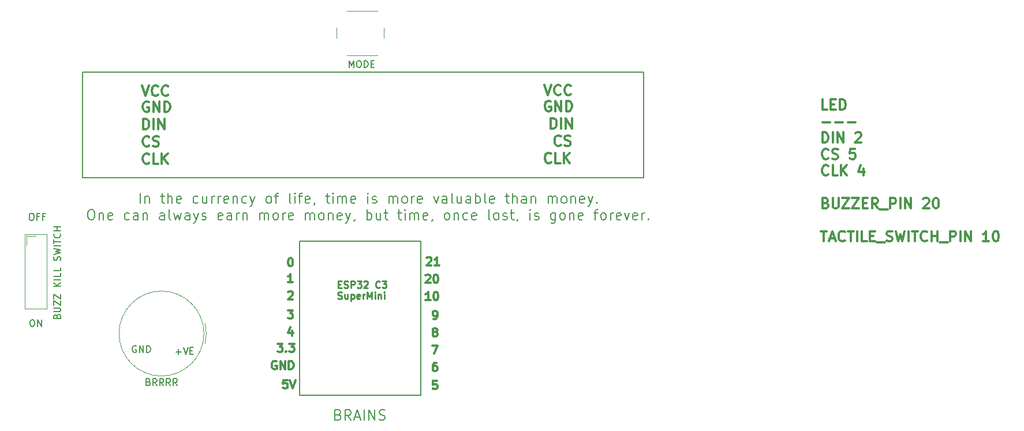
<source format=gbr>
%TF.GenerationSoftware,KiCad,Pcbnew,7.0.6-0*%
%TF.CreationDate,2023-12-11T21:05:53+00:00*%
%TF.ProjectId,Bitko clock,4269746b-6f20-4636-9c6f-636b2e6b6963,rev?*%
%TF.SameCoordinates,Original*%
%TF.FileFunction,Legend,Top*%
%TF.FilePolarity,Positive*%
%FSLAX46Y46*%
G04 Gerber Fmt 4.6, Leading zero omitted, Abs format (unit mm)*
G04 Created by KiCad (PCBNEW 7.0.6-0) date 2023-12-11 21:05:53*
%MOMM*%
%LPD*%
G01*
G04 APERTURE LIST*
%ADD10C,0.200000*%
%ADD11C,0.150000*%
%ADD12C,0.300000*%
%ADD13C,0.250000*%
%ADD14C,0.120000*%
%ADD15C,0.100000*%
G04 APERTURE END LIST*
D10*
X41430000Y-62796028D02*
X41430000Y-61296028D01*
X42144286Y-61796028D02*
X42144286Y-62796028D01*
X42144286Y-61938885D02*
X42215715Y-61867457D01*
X42215715Y-61867457D02*
X42358572Y-61796028D01*
X42358572Y-61796028D02*
X42572858Y-61796028D01*
X42572858Y-61796028D02*
X42715715Y-61867457D01*
X42715715Y-61867457D02*
X42787144Y-62010314D01*
X42787144Y-62010314D02*
X42787144Y-62796028D01*
X44430001Y-61796028D02*
X45001429Y-61796028D01*
X44644286Y-61296028D02*
X44644286Y-62581742D01*
X44644286Y-62581742D02*
X44715715Y-62724600D01*
X44715715Y-62724600D02*
X44858572Y-62796028D01*
X44858572Y-62796028D02*
X45001429Y-62796028D01*
X45501429Y-62796028D02*
X45501429Y-61296028D01*
X46144287Y-62796028D02*
X46144287Y-62010314D01*
X46144287Y-62010314D02*
X46072858Y-61867457D01*
X46072858Y-61867457D02*
X45930001Y-61796028D01*
X45930001Y-61796028D02*
X45715715Y-61796028D01*
X45715715Y-61796028D02*
X45572858Y-61867457D01*
X45572858Y-61867457D02*
X45501429Y-61938885D01*
X47430001Y-62724600D02*
X47287144Y-62796028D01*
X47287144Y-62796028D02*
X47001430Y-62796028D01*
X47001430Y-62796028D02*
X46858572Y-62724600D01*
X46858572Y-62724600D02*
X46787144Y-62581742D01*
X46787144Y-62581742D02*
X46787144Y-62010314D01*
X46787144Y-62010314D02*
X46858572Y-61867457D01*
X46858572Y-61867457D02*
X47001430Y-61796028D01*
X47001430Y-61796028D02*
X47287144Y-61796028D01*
X47287144Y-61796028D02*
X47430001Y-61867457D01*
X47430001Y-61867457D02*
X47501430Y-62010314D01*
X47501430Y-62010314D02*
X47501430Y-62153171D01*
X47501430Y-62153171D02*
X46787144Y-62296028D01*
X49930001Y-62724600D02*
X49787143Y-62796028D01*
X49787143Y-62796028D02*
X49501429Y-62796028D01*
X49501429Y-62796028D02*
X49358572Y-62724600D01*
X49358572Y-62724600D02*
X49287143Y-62653171D01*
X49287143Y-62653171D02*
X49215715Y-62510314D01*
X49215715Y-62510314D02*
X49215715Y-62081742D01*
X49215715Y-62081742D02*
X49287143Y-61938885D01*
X49287143Y-61938885D02*
X49358572Y-61867457D01*
X49358572Y-61867457D02*
X49501429Y-61796028D01*
X49501429Y-61796028D02*
X49787143Y-61796028D01*
X49787143Y-61796028D02*
X49930001Y-61867457D01*
X51215715Y-61796028D02*
X51215715Y-62796028D01*
X50572857Y-61796028D02*
X50572857Y-62581742D01*
X50572857Y-62581742D02*
X50644286Y-62724600D01*
X50644286Y-62724600D02*
X50787143Y-62796028D01*
X50787143Y-62796028D02*
X51001429Y-62796028D01*
X51001429Y-62796028D02*
X51144286Y-62724600D01*
X51144286Y-62724600D02*
X51215715Y-62653171D01*
X51930000Y-62796028D02*
X51930000Y-61796028D01*
X51930000Y-62081742D02*
X52001429Y-61938885D01*
X52001429Y-61938885D02*
X52072858Y-61867457D01*
X52072858Y-61867457D02*
X52215715Y-61796028D01*
X52215715Y-61796028D02*
X52358572Y-61796028D01*
X52858571Y-62796028D02*
X52858571Y-61796028D01*
X52858571Y-62081742D02*
X52930000Y-61938885D01*
X52930000Y-61938885D02*
X53001429Y-61867457D01*
X53001429Y-61867457D02*
X53144286Y-61796028D01*
X53144286Y-61796028D02*
X53287143Y-61796028D01*
X54358571Y-62724600D02*
X54215714Y-62796028D01*
X54215714Y-62796028D02*
X53930000Y-62796028D01*
X53930000Y-62796028D02*
X53787142Y-62724600D01*
X53787142Y-62724600D02*
X53715714Y-62581742D01*
X53715714Y-62581742D02*
X53715714Y-62010314D01*
X53715714Y-62010314D02*
X53787142Y-61867457D01*
X53787142Y-61867457D02*
X53930000Y-61796028D01*
X53930000Y-61796028D02*
X54215714Y-61796028D01*
X54215714Y-61796028D02*
X54358571Y-61867457D01*
X54358571Y-61867457D02*
X54430000Y-62010314D01*
X54430000Y-62010314D02*
X54430000Y-62153171D01*
X54430000Y-62153171D02*
X53715714Y-62296028D01*
X55072856Y-61796028D02*
X55072856Y-62796028D01*
X55072856Y-61938885D02*
X55144285Y-61867457D01*
X55144285Y-61867457D02*
X55287142Y-61796028D01*
X55287142Y-61796028D02*
X55501428Y-61796028D01*
X55501428Y-61796028D02*
X55644285Y-61867457D01*
X55644285Y-61867457D02*
X55715714Y-62010314D01*
X55715714Y-62010314D02*
X55715714Y-62796028D01*
X57072857Y-62724600D02*
X56929999Y-62796028D01*
X56929999Y-62796028D02*
X56644285Y-62796028D01*
X56644285Y-62796028D02*
X56501428Y-62724600D01*
X56501428Y-62724600D02*
X56429999Y-62653171D01*
X56429999Y-62653171D02*
X56358571Y-62510314D01*
X56358571Y-62510314D02*
X56358571Y-62081742D01*
X56358571Y-62081742D02*
X56429999Y-61938885D01*
X56429999Y-61938885D02*
X56501428Y-61867457D01*
X56501428Y-61867457D02*
X56644285Y-61796028D01*
X56644285Y-61796028D02*
X56929999Y-61796028D01*
X56929999Y-61796028D02*
X57072857Y-61867457D01*
X57572856Y-61796028D02*
X57929999Y-62796028D01*
X58287142Y-61796028D02*
X57929999Y-62796028D01*
X57929999Y-62796028D02*
X57787142Y-63153171D01*
X57787142Y-63153171D02*
X57715713Y-63224600D01*
X57715713Y-63224600D02*
X57572856Y-63296028D01*
X60215713Y-62796028D02*
X60072856Y-62724600D01*
X60072856Y-62724600D02*
X60001427Y-62653171D01*
X60001427Y-62653171D02*
X59929999Y-62510314D01*
X59929999Y-62510314D02*
X59929999Y-62081742D01*
X59929999Y-62081742D02*
X60001427Y-61938885D01*
X60001427Y-61938885D02*
X60072856Y-61867457D01*
X60072856Y-61867457D02*
X60215713Y-61796028D01*
X60215713Y-61796028D02*
X60429999Y-61796028D01*
X60429999Y-61796028D02*
X60572856Y-61867457D01*
X60572856Y-61867457D02*
X60644285Y-61938885D01*
X60644285Y-61938885D02*
X60715713Y-62081742D01*
X60715713Y-62081742D02*
X60715713Y-62510314D01*
X60715713Y-62510314D02*
X60644285Y-62653171D01*
X60644285Y-62653171D02*
X60572856Y-62724600D01*
X60572856Y-62724600D02*
X60429999Y-62796028D01*
X60429999Y-62796028D02*
X60215713Y-62796028D01*
X61144285Y-61796028D02*
X61715713Y-61796028D01*
X61358570Y-62796028D02*
X61358570Y-61510314D01*
X61358570Y-61510314D02*
X61429999Y-61367457D01*
X61429999Y-61367457D02*
X61572856Y-61296028D01*
X61572856Y-61296028D02*
X61715713Y-61296028D01*
X63572856Y-62796028D02*
X63429999Y-62724600D01*
X63429999Y-62724600D02*
X63358570Y-62581742D01*
X63358570Y-62581742D02*
X63358570Y-61296028D01*
X64144284Y-62796028D02*
X64144284Y-61796028D01*
X64144284Y-61296028D02*
X64072856Y-61367457D01*
X64072856Y-61367457D02*
X64144284Y-61438885D01*
X64144284Y-61438885D02*
X64215713Y-61367457D01*
X64215713Y-61367457D02*
X64144284Y-61296028D01*
X64144284Y-61296028D02*
X64144284Y-61438885D01*
X64644285Y-61796028D02*
X65215713Y-61796028D01*
X64858570Y-62796028D02*
X64858570Y-61510314D01*
X64858570Y-61510314D02*
X64929999Y-61367457D01*
X64929999Y-61367457D02*
X65072856Y-61296028D01*
X65072856Y-61296028D02*
X65215713Y-61296028D01*
X66287142Y-62724600D02*
X66144285Y-62796028D01*
X66144285Y-62796028D02*
X65858571Y-62796028D01*
X65858571Y-62796028D02*
X65715713Y-62724600D01*
X65715713Y-62724600D02*
X65644285Y-62581742D01*
X65644285Y-62581742D02*
X65644285Y-62010314D01*
X65644285Y-62010314D02*
X65715713Y-61867457D01*
X65715713Y-61867457D02*
X65858571Y-61796028D01*
X65858571Y-61796028D02*
X66144285Y-61796028D01*
X66144285Y-61796028D02*
X66287142Y-61867457D01*
X66287142Y-61867457D02*
X66358571Y-62010314D01*
X66358571Y-62010314D02*
X66358571Y-62153171D01*
X66358571Y-62153171D02*
X65644285Y-62296028D01*
X67072856Y-62724600D02*
X67072856Y-62796028D01*
X67072856Y-62796028D02*
X67001427Y-62938885D01*
X67001427Y-62938885D02*
X66929999Y-63010314D01*
X68644285Y-61796028D02*
X69215713Y-61796028D01*
X68858570Y-61296028D02*
X68858570Y-62581742D01*
X68858570Y-62581742D02*
X68929999Y-62724600D01*
X68929999Y-62724600D02*
X69072856Y-62796028D01*
X69072856Y-62796028D02*
X69215713Y-62796028D01*
X69715713Y-62796028D02*
X69715713Y-61796028D01*
X69715713Y-61296028D02*
X69644285Y-61367457D01*
X69644285Y-61367457D02*
X69715713Y-61438885D01*
X69715713Y-61438885D02*
X69787142Y-61367457D01*
X69787142Y-61367457D02*
X69715713Y-61296028D01*
X69715713Y-61296028D02*
X69715713Y-61438885D01*
X70429999Y-62796028D02*
X70429999Y-61796028D01*
X70429999Y-61938885D02*
X70501428Y-61867457D01*
X70501428Y-61867457D02*
X70644285Y-61796028D01*
X70644285Y-61796028D02*
X70858571Y-61796028D01*
X70858571Y-61796028D02*
X71001428Y-61867457D01*
X71001428Y-61867457D02*
X71072857Y-62010314D01*
X71072857Y-62010314D02*
X71072857Y-62796028D01*
X71072857Y-62010314D02*
X71144285Y-61867457D01*
X71144285Y-61867457D02*
X71287142Y-61796028D01*
X71287142Y-61796028D02*
X71501428Y-61796028D01*
X71501428Y-61796028D02*
X71644285Y-61867457D01*
X71644285Y-61867457D02*
X71715714Y-62010314D01*
X71715714Y-62010314D02*
X71715714Y-62796028D01*
X73001428Y-62724600D02*
X72858571Y-62796028D01*
X72858571Y-62796028D02*
X72572857Y-62796028D01*
X72572857Y-62796028D02*
X72429999Y-62724600D01*
X72429999Y-62724600D02*
X72358571Y-62581742D01*
X72358571Y-62581742D02*
X72358571Y-62010314D01*
X72358571Y-62010314D02*
X72429999Y-61867457D01*
X72429999Y-61867457D02*
X72572857Y-61796028D01*
X72572857Y-61796028D02*
X72858571Y-61796028D01*
X72858571Y-61796028D02*
X73001428Y-61867457D01*
X73001428Y-61867457D02*
X73072857Y-62010314D01*
X73072857Y-62010314D02*
X73072857Y-62153171D01*
X73072857Y-62153171D02*
X72358571Y-62296028D01*
X74858570Y-62796028D02*
X74858570Y-61796028D01*
X74858570Y-61296028D02*
X74787142Y-61367457D01*
X74787142Y-61367457D02*
X74858570Y-61438885D01*
X74858570Y-61438885D02*
X74929999Y-61367457D01*
X74929999Y-61367457D02*
X74858570Y-61296028D01*
X74858570Y-61296028D02*
X74858570Y-61438885D01*
X75501428Y-62724600D02*
X75644285Y-62796028D01*
X75644285Y-62796028D02*
X75929999Y-62796028D01*
X75929999Y-62796028D02*
X76072856Y-62724600D01*
X76072856Y-62724600D02*
X76144285Y-62581742D01*
X76144285Y-62581742D02*
X76144285Y-62510314D01*
X76144285Y-62510314D02*
X76072856Y-62367457D01*
X76072856Y-62367457D02*
X75929999Y-62296028D01*
X75929999Y-62296028D02*
X75715714Y-62296028D01*
X75715714Y-62296028D02*
X75572856Y-62224600D01*
X75572856Y-62224600D02*
X75501428Y-62081742D01*
X75501428Y-62081742D02*
X75501428Y-62010314D01*
X75501428Y-62010314D02*
X75572856Y-61867457D01*
X75572856Y-61867457D02*
X75715714Y-61796028D01*
X75715714Y-61796028D02*
X75929999Y-61796028D01*
X75929999Y-61796028D02*
X76072856Y-61867457D01*
X77929999Y-62796028D02*
X77929999Y-61796028D01*
X77929999Y-61938885D02*
X78001428Y-61867457D01*
X78001428Y-61867457D02*
X78144285Y-61796028D01*
X78144285Y-61796028D02*
X78358571Y-61796028D01*
X78358571Y-61796028D02*
X78501428Y-61867457D01*
X78501428Y-61867457D02*
X78572857Y-62010314D01*
X78572857Y-62010314D02*
X78572857Y-62796028D01*
X78572857Y-62010314D02*
X78644285Y-61867457D01*
X78644285Y-61867457D02*
X78787142Y-61796028D01*
X78787142Y-61796028D02*
X79001428Y-61796028D01*
X79001428Y-61796028D02*
X79144285Y-61867457D01*
X79144285Y-61867457D02*
X79215714Y-62010314D01*
X79215714Y-62010314D02*
X79215714Y-62796028D01*
X80144285Y-62796028D02*
X80001428Y-62724600D01*
X80001428Y-62724600D02*
X79929999Y-62653171D01*
X79929999Y-62653171D02*
X79858571Y-62510314D01*
X79858571Y-62510314D02*
X79858571Y-62081742D01*
X79858571Y-62081742D02*
X79929999Y-61938885D01*
X79929999Y-61938885D02*
X80001428Y-61867457D01*
X80001428Y-61867457D02*
X80144285Y-61796028D01*
X80144285Y-61796028D02*
X80358571Y-61796028D01*
X80358571Y-61796028D02*
X80501428Y-61867457D01*
X80501428Y-61867457D02*
X80572857Y-61938885D01*
X80572857Y-61938885D02*
X80644285Y-62081742D01*
X80644285Y-62081742D02*
X80644285Y-62510314D01*
X80644285Y-62510314D02*
X80572857Y-62653171D01*
X80572857Y-62653171D02*
X80501428Y-62724600D01*
X80501428Y-62724600D02*
X80358571Y-62796028D01*
X80358571Y-62796028D02*
X80144285Y-62796028D01*
X81287142Y-62796028D02*
X81287142Y-61796028D01*
X81287142Y-62081742D02*
X81358571Y-61938885D01*
X81358571Y-61938885D02*
X81430000Y-61867457D01*
X81430000Y-61867457D02*
X81572857Y-61796028D01*
X81572857Y-61796028D02*
X81715714Y-61796028D01*
X82787142Y-62724600D02*
X82644285Y-62796028D01*
X82644285Y-62796028D02*
X82358571Y-62796028D01*
X82358571Y-62796028D02*
X82215713Y-62724600D01*
X82215713Y-62724600D02*
X82144285Y-62581742D01*
X82144285Y-62581742D02*
X82144285Y-62010314D01*
X82144285Y-62010314D02*
X82215713Y-61867457D01*
X82215713Y-61867457D02*
X82358571Y-61796028D01*
X82358571Y-61796028D02*
X82644285Y-61796028D01*
X82644285Y-61796028D02*
X82787142Y-61867457D01*
X82787142Y-61867457D02*
X82858571Y-62010314D01*
X82858571Y-62010314D02*
X82858571Y-62153171D01*
X82858571Y-62153171D02*
X82144285Y-62296028D01*
X84501427Y-61796028D02*
X84858570Y-62796028D01*
X84858570Y-62796028D02*
X85215713Y-61796028D01*
X86429999Y-62796028D02*
X86429999Y-62010314D01*
X86429999Y-62010314D02*
X86358570Y-61867457D01*
X86358570Y-61867457D02*
X86215713Y-61796028D01*
X86215713Y-61796028D02*
X85929999Y-61796028D01*
X85929999Y-61796028D02*
X85787141Y-61867457D01*
X86429999Y-62724600D02*
X86287141Y-62796028D01*
X86287141Y-62796028D02*
X85929999Y-62796028D01*
X85929999Y-62796028D02*
X85787141Y-62724600D01*
X85787141Y-62724600D02*
X85715713Y-62581742D01*
X85715713Y-62581742D02*
X85715713Y-62438885D01*
X85715713Y-62438885D02*
X85787141Y-62296028D01*
X85787141Y-62296028D02*
X85929999Y-62224600D01*
X85929999Y-62224600D02*
X86287141Y-62224600D01*
X86287141Y-62224600D02*
X86429999Y-62153171D01*
X87358570Y-62796028D02*
X87215713Y-62724600D01*
X87215713Y-62724600D02*
X87144284Y-62581742D01*
X87144284Y-62581742D02*
X87144284Y-61296028D01*
X88572856Y-61796028D02*
X88572856Y-62796028D01*
X87929998Y-61796028D02*
X87929998Y-62581742D01*
X87929998Y-62581742D02*
X88001427Y-62724600D01*
X88001427Y-62724600D02*
X88144284Y-62796028D01*
X88144284Y-62796028D02*
X88358570Y-62796028D01*
X88358570Y-62796028D02*
X88501427Y-62724600D01*
X88501427Y-62724600D02*
X88572856Y-62653171D01*
X89929999Y-62796028D02*
X89929999Y-62010314D01*
X89929999Y-62010314D02*
X89858570Y-61867457D01*
X89858570Y-61867457D02*
X89715713Y-61796028D01*
X89715713Y-61796028D02*
X89429999Y-61796028D01*
X89429999Y-61796028D02*
X89287141Y-61867457D01*
X89929999Y-62724600D02*
X89787141Y-62796028D01*
X89787141Y-62796028D02*
X89429999Y-62796028D01*
X89429999Y-62796028D02*
X89287141Y-62724600D01*
X89287141Y-62724600D02*
X89215713Y-62581742D01*
X89215713Y-62581742D02*
X89215713Y-62438885D01*
X89215713Y-62438885D02*
X89287141Y-62296028D01*
X89287141Y-62296028D02*
X89429999Y-62224600D01*
X89429999Y-62224600D02*
X89787141Y-62224600D01*
X89787141Y-62224600D02*
X89929999Y-62153171D01*
X90644284Y-62796028D02*
X90644284Y-61296028D01*
X90644284Y-61867457D02*
X90787142Y-61796028D01*
X90787142Y-61796028D02*
X91072856Y-61796028D01*
X91072856Y-61796028D02*
X91215713Y-61867457D01*
X91215713Y-61867457D02*
X91287142Y-61938885D01*
X91287142Y-61938885D02*
X91358570Y-62081742D01*
X91358570Y-62081742D02*
X91358570Y-62510314D01*
X91358570Y-62510314D02*
X91287142Y-62653171D01*
X91287142Y-62653171D02*
X91215713Y-62724600D01*
X91215713Y-62724600D02*
X91072856Y-62796028D01*
X91072856Y-62796028D02*
X90787142Y-62796028D01*
X90787142Y-62796028D02*
X90644284Y-62724600D01*
X92215713Y-62796028D02*
X92072856Y-62724600D01*
X92072856Y-62724600D02*
X92001427Y-62581742D01*
X92001427Y-62581742D02*
X92001427Y-61296028D01*
X93358570Y-62724600D02*
X93215713Y-62796028D01*
X93215713Y-62796028D02*
X92929999Y-62796028D01*
X92929999Y-62796028D02*
X92787141Y-62724600D01*
X92787141Y-62724600D02*
X92715713Y-62581742D01*
X92715713Y-62581742D02*
X92715713Y-62010314D01*
X92715713Y-62010314D02*
X92787141Y-61867457D01*
X92787141Y-61867457D02*
X92929999Y-61796028D01*
X92929999Y-61796028D02*
X93215713Y-61796028D01*
X93215713Y-61796028D02*
X93358570Y-61867457D01*
X93358570Y-61867457D02*
X93429999Y-62010314D01*
X93429999Y-62010314D02*
X93429999Y-62153171D01*
X93429999Y-62153171D02*
X92715713Y-62296028D01*
X95001427Y-61796028D02*
X95572855Y-61796028D01*
X95215712Y-61296028D02*
X95215712Y-62581742D01*
X95215712Y-62581742D02*
X95287141Y-62724600D01*
X95287141Y-62724600D02*
X95429998Y-62796028D01*
X95429998Y-62796028D02*
X95572855Y-62796028D01*
X96072855Y-62796028D02*
X96072855Y-61296028D01*
X96715713Y-62796028D02*
X96715713Y-62010314D01*
X96715713Y-62010314D02*
X96644284Y-61867457D01*
X96644284Y-61867457D02*
X96501427Y-61796028D01*
X96501427Y-61796028D02*
X96287141Y-61796028D01*
X96287141Y-61796028D02*
X96144284Y-61867457D01*
X96144284Y-61867457D02*
X96072855Y-61938885D01*
X98072856Y-62796028D02*
X98072856Y-62010314D01*
X98072856Y-62010314D02*
X98001427Y-61867457D01*
X98001427Y-61867457D02*
X97858570Y-61796028D01*
X97858570Y-61796028D02*
X97572856Y-61796028D01*
X97572856Y-61796028D02*
X97429998Y-61867457D01*
X98072856Y-62724600D02*
X97929998Y-62796028D01*
X97929998Y-62796028D02*
X97572856Y-62796028D01*
X97572856Y-62796028D02*
X97429998Y-62724600D01*
X97429998Y-62724600D02*
X97358570Y-62581742D01*
X97358570Y-62581742D02*
X97358570Y-62438885D01*
X97358570Y-62438885D02*
X97429998Y-62296028D01*
X97429998Y-62296028D02*
X97572856Y-62224600D01*
X97572856Y-62224600D02*
X97929998Y-62224600D01*
X97929998Y-62224600D02*
X98072856Y-62153171D01*
X98787141Y-61796028D02*
X98787141Y-62796028D01*
X98787141Y-61938885D02*
X98858570Y-61867457D01*
X98858570Y-61867457D02*
X99001427Y-61796028D01*
X99001427Y-61796028D02*
X99215713Y-61796028D01*
X99215713Y-61796028D02*
X99358570Y-61867457D01*
X99358570Y-61867457D02*
X99429999Y-62010314D01*
X99429999Y-62010314D02*
X99429999Y-62796028D01*
X101287141Y-62796028D02*
X101287141Y-61796028D01*
X101287141Y-61938885D02*
X101358570Y-61867457D01*
X101358570Y-61867457D02*
X101501427Y-61796028D01*
X101501427Y-61796028D02*
X101715713Y-61796028D01*
X101715713Y-61796028D02*
X101858570Y-61867457D01*
X101858570Y-61867457D02*
X101929999Y-62010314D01*
X101929999Y-62010314D02*
X101929999Y-62796028D01*
X101929999Y-62010314D02*
X102001427Y-61867457D01*
X102001427Y-61867457D02*
X102144284Y-61796028D01*
X102144284Y-61796028D02*
X102358570Y-61796028D01*
X102358570Y-61796028D02*
X102501427Y-61867457D01*
X102501427Y-61867457D02*
X102572856Y-62010314D01*
X102572856Y-62010314D02*
X102572856Y-62796028D01*
X103501427Y-62796028D02*
X103358570Y-62724600D01*
X103358570Y-62724600D02*
X103287141Y-62653171D01*
X103287141Y-62653171D02*
X103215713Y-62510314D01*
X103215713Y-62510314D02*
X103215713Y-62081742D01*
X103215713Y-62081742D02*
X103287141Y-61938885D01*
X103287141Y-61938885D02*
X103358570Y-61867457D01*
X103358570Y-61867457D02*
X103501427Y-61796028D01*
X103501427Y-61796028D02*
X103715713Y-61796028D01*
X103715713Y-61796028D02*
X103858570Y-61867457D01*
X103858570Y-61867457D02*
X103929999Y-61938885D01*
X103929999Y-61938885D02*
X104001427Y-62081742D01*
X104001427Y-62081742D02*
X104001427Y-62510314D01*
X104001427Y-62510314D02*
X103929999Y-62653171D01*
X103929999Y-62653171D02*
X103858570Y-62724600D01*
X103858570Y-62724600D02*
X103715713Y-62796028D01*
X103715713Y-62796028D02*
X103501427Y-62796028D01*
X104644284Y-61796028D02*
X104644284Y-62796028D01*
X104644284Y-61938885D02*
X104715713Y-61867457D01*
X104715713Y-61867457D02*
X104858570Y-61796028D01*
X104858570Y-61796028D02*
X105072856Y-61796028D01*
X105072856Y-61796028D02*
X105215713Y-61867457D01*
X105215713Y-61867457D02*
X105287142Y-62010314D01*
X105287142Y-62010314D02*
X105287142Y-62796028D01*
X106572856Y-62724600D02*
X106429999Y-62796028D01*
X106429999Y-62796028D02*
X106144285Y-62796028D01*
X106144285Y-62796028D02*
X106001427Y-62724600D01*
X106001427Y-62724600D02*
X105929999Y-62581742D01*
X105929999Y-62581742D02*
X105929999Y-62010314D01*
X105929999Y-62010314D02*
X106001427Y-61867457D01*
X106001427Y-61867457D02*
X106144285Y-61796028D01*
X106144285Y-61796028D02*
X106429999Y-61796028D01*
X106429999Y-61796028D02*
X106572856Y-61867457D01*
X106572856Y-61867457D02*
X106644285Y-62010314D01*
X106644285Y-62010314D02*
X106644285Y-62153171D01*
X106644285Y-62153171D02*
X105929999Y-62296028D01*
X107144284Y-61796028D02*
X107501427Y-62796028D01*
X107858570Y-61796028D02*
X107501427Y-62796028D01*
X107501427Y-62796028D02*
X107358570Y-63153171D01*
X107358570Y-63153171D02*
X107287141Y-63224600D01*
X107287141Y-63224600D02*
X107144284Y-63296028D01*
X108429998Y-62653171D02*
X108501427Y-62724600D01*
X108501427Y-62724600D02*
X108429998Y-62796028D01*
X108429998Y-62796028D02*
X108358570Y-62724600D01*
X108358570Y-62724600D02*
X108429998Y-62653171D01*
X108429998Y-62653171D02*
X108429998Y-62796028D01*
X34144286Y-63711028D02*
X34430000Y-63711028D01*
X34430000Y-63711028D02*
X34572857Y-63782457D01*
X34572857Y-63782457D02*
X34715714Y-63925314D01*
X34715714Y-63925314D02*
X34787143Y-64211028D01*
X34787143Y-64211028D02*
X34787143Y-64711028D01*
X34787143Y-64711028D02*
X34715714Y-64996742D01*
X34715714Y-64996742D02*
X34572857Y-65139600D01*
X34572857Y-65139600D02*
X34430000Y-65211028D01*
X34430000Y-65211028D02*
X34144286Y-65211028D01*
X34144286Y-65211028D02*
X34001429Y-65139600D01*
X34001429Y-65139600D02*
X33858571Y-64996742D01*
X33858571Y-64996742D02*
X33787143Y-64711028D01*
X33787143Y-64711028D02*
X33787143Y-64211028D01*
X33787143Y-64211028D02*
X33858571Y-63925314D01*
X33858571Y-63925314D02*
X34001429Y-63782457D01*
X34001429Y-63782457D02*
X34144286Y-63711028D01*
X35430000Y-64211028D02*
X35430000Y-65211028D01*
X35430000Y-64353885D02*
X35501429Y-64282457D01*
X35501429Y-64282457D02*
X35644286Y-64211028D01*
X35644286Y-64211028D02*
X35858572Y-64211028D01*
X35858572Y-64211028D02*
X36001429Y-64282457D01*
X36001429Y-64282457D02*
X36072858Y-64425314D01*
X36072858Y-64425314D02*
X36072858Y-65211028D01*
X37358572Y-65139600D02*
X37215715Y-65211028D01*
X37215715Y-65211028D02*
X36930001Y-65211028D01*
X36930001Y-65211028D02*
X36787143Y-65139600D01*
X36787143Y-65139600D02*
X36715715Y-64996742D01*
X36715715Y-64996742D02*
X36715715Y-64425314D01*
X36715715Y-64425314D02*
X36787143Y-64282457D01*
X36787143Y-64282457D02*
X36930001Y-64211028D01*
X36930001Y-64211028D02*
X37215715Y-64211028D01*
X37215715Y-64211028D02*
X37358572Y-64282457D01*
X37358572Y-64282457D02*
X37430001Y-64425314D01*
X37430001Y-64425314D02*
X37430001Y-64568171D01*
X37430001Y-64568171D02*
X36715715Y-64711028D01*
X39858572Y-65139600D02*
X39715714Y-65211028D01*
X39715714Y-65211028D02*
X39430000Y-65211028D01*
X39430000Y-65211028D02*
X39287143Y-65139600D01*
X39287143Y-65139600D02*
X39215714Y-65068171D01*
X39215714Y-65068171D02*
X39144286Y-64925314D01*
X39144286Y-64925314D02*
X39144286Y-64496742D01*
X39144286Y-64496742D02*
X39215714Y-64353885D01*
X39215714Y-64353885D02*
X39287143Y-64282457D01*
X39287143Y-64282457D02*
X39430000Y-64211028D01*
X39430000Y-64211028D02*
X39715714Y-64211028D01*
X39715714Y-64211028D02*
X39858572Y-64282457D01*
X41144286Y-65211028D02*
X41144286Y-64425314D01*
X41144286Y-64425314D02*
X41072857Y-64282457D01*
X41072857Y-64282457D02*
X40930000Y-64211028D01*
X40930000Y-64211028D02*
X40644286Y-64211028D01*
X40644286Y-64211028D02*
X40501428Y-64282457D01*
X41144286Y-65139600D02*
X41001428Y-65211028D01*
X41001428Y-65211028D02*
X40644286Y-65211028D01*
X40644286Y-65211028D02*
X40501428Y-65139600D01*
X40501428Y-65139600D02*
X40430000Y-64996742D01*
X40430000Y-64996742D02*
X40430000Y-64853885D01*
X40430000Y-64853885D02*
X40501428Y-64711028D01*
X40501428Y-64711028D02*
X40644286Y-64639600D01*
X40644286Y-64639600D02*
X41001428Y-64639600D01*
X41001428Y-64639600D02*
X41144286Y-64568171D01*
X41858571Y-64211028D02*
X41858571Y-65211028D01*
X41858571Y-64353885D02*
X41930000Y-64282457D01*
X41930000Y-64282457D02*
X42072857Y-64211028D01*
X42072857Y-64211028D02*
X42287143Y-64211028D01*
X42287143Y-64211028D02*
X42430000Y-64282457D01*
X42430000Y-64282457D02*
X42501429Y-64425314D01*
X42501429Y-64425314D02*
X42501429Y-65211028D01*
X45001429Y-65211028D02*
X45001429Y-64425314D01*
X45001429Y-64425314D02*
X44930000Y-64282457D01*
X44930000Y-64282457D02*
X44787143Y-64211028D01*
X44787143Y-64211028D02*
X44501429Y-64211028D01*
X44501429Y-64211028D02*
X44358571Y-64282457D01*
X45001429Y-65139600D02*
X44858571Y-65211028D01*
X44858571Y-65211028D02*
X44501429Y-65211028D01*
X44501429Y-65211028D02*
X44358571Y-65139600D01*
X44358571Y-65139600D02*
X44287143Y-64996742D01*
X44287143Y-64996742D02*
X44287143Y-64853885D01*
X44287143Y-64853885D02*
X44358571Y-64711028D01*
X44358571Y-64711028D02*
X44501429Y-64639600D01*
X44501429Y-64639600D02*
X44858571Y-64639600D01*
X44858571Y-64639600D02*
X45001429Y-64568171D01*
X45930000Y-65211028D02*
X45787143Y-65139600D01*
X45787143Y-65139600D02*
X45715714Y-64996742D01*
X45715714Y-64996742D02*
X45715714Y-63711028D01*
X46358571Y-64211028D02*
X46644286Y-65211028D01*
X46644286Y-65211028D02*
X46930000Y-64496742D01*
X46930000Y-64496742D02*
X47215714Y-65211028D01*
X47215714Y-65211028D02*
X47501428Y-64211028D01*
X48715715Y-65211028D02*
X48715715Y-64425314D01*
X48715715Y-64425314D02*
X48644286Y-64282457D01*
X48644286Y-64282457D02*
X48501429Y-64211028D01*
X48501429Y-64211028D02*
X48215715Y-64211028D01*
X48215715Y-64211028D02*
X48072857Y-64282457D01*
X48715715Y-65139600D02*
X48572857Y-65211028D01*
X48572857Y-65211028D02*
X48215715Y-65211028D01*
X48215715Y-65211028D02*
X48072857Y-65139600D01*
X48072857Y-65139600D02*
X48001429Y-64996742D01*
X48001429Y-64996742D02*
X48001429Y-64853885D01*
X48001429Y-64853885D02*
X48072857Y-64711028D01*
X48072857Y-64711028D02*
X48215715Y-64639600D01*
X48215715Y-64639600D02*
X48572857Y-64639600D01*
X48572857Y-64639600D02*
X48715715Y-64568171D01*
X49287143Y-64211028D02*
X49644286Y-65211028D01*
X50001429Y-64211028D02*
X49644286Y-65211028D01*
X49644286Y-65211028D02*
X49501429Y-65568171D01*
X49501429Y-65568171D02*
X49430000Y-65639600D01*
X49430000Y-65639600D02*
X49287143Y-65711028D01*
X50501429Y-65139600D02*
X50644286Y-65211028D01*
X50644286Y-65211028D02*
X50930000Y-65211028D01*
X50930000Y-65211028D02*
X51072857Y-65139600D01*
X51072857Y-65139600D02*
X51144286Y-64996742D01*
X51144286Y-64996742D02*
X51144286Y-64925314D01*
X51144286Y-64925314D02*
X51072857Y-64782457D01*
X51072857Y-64782457D02*
X50930000Y-64711028D01*
X50930000Y-64711028D02*
X50715715Y-64711028D01*
X50715715Y-64711028D02*
X50572857Y-64639600D01*
X50572857Y-64639600D02*
X50501429Y-64496742D01*
X50501429Y-64496742D02*
X50501429Y-64425314D01*
X50501429Y-64425314D02*
X50572857Y-64282457D01*
X50572857Y-64282457D02*
X50715715Y-64211028D01*
X50715715Y-64211028D02*
X50930000Y-64211028D01*
X50930000Y-64211028D02*
X51072857Y-64282457D01*
X53501429Y-65139600D02*
X53358572Y-65211028D01*
X53358572Y-65211028D02*
X53072858Y-65211028D01*
X53072858Y-65211028D02*
X52930000Y-65139600D01*
X52930000Y-65139600D02*
X52858572Y-64996742D01*
X52858572Y-64996742D02*
X52858572Y-64425314D01*
X52858572Y-64425314D02*
X52930000Y-64282457D01*
X52930000Y-64282457D02*
X53072858Y-64211028D01*
X53072858Y-64211028D02*
X53358572Y-64211028D01*
X53358572Y-64211028D02*
X53501429Y-64282457D01*
X53501429Y-64282457D02*
X53572858Y-64425314D01*
X53572858Y-64425314D02*
X53572858Y-64568171D01*
X53572858Y-64568171D02*
X52858572Y-64711028D01*
X54858572Y-65211028D02*
X54858572Y-64425314D01*
X54858572Y-64425314D02*
X54787143Y-64282457D01*
X54787143Y-64282457D02*
X54644286Y-64211028D01*
X54644286Y-64211028D02*
X54358572Y-64211028D01*
X54358572Y-64211028D02*
X54215714Y-64282457D01*
X54858572Y-65139600D02*
X54715714Y-65211028D01*
X54715714Y-65211028D02*
X54358572Y-65211028D01*
X54358572Y-65211028D02*
X54215714Y-65139600D01*
X54215714Y-65139600D02*
X54144286Y-64996742D01*
X54144286Y-64996742D02*
X54144286Y-64853885D01*
X54144286Y-64853885D02*
X54215714Y-64711028D01*
X54215714Y-64711028D02*
X54358572Y-64639600D01*
X54358572Y-64639600D02*
X54715714Y-64639600D01*
X54715714Y-64639600D02*
X54858572Y-64568171D01*
X55572857Y-65211028D02*
X55572857Y-64211028D01*
X55572857Y-64496742D02*
X55644286Y-64353885D01*
X55644286Y-64353885D02*
X55715715Y-64282457D01*
X55715715Y-64282457D02*
X55858572Y-64211028D01*
X55858572Y-64211028D02*
X56001429Y-64211028D01*
X56501428Y-64211028D02*
X56501428Y-65211028D01*
X56501428Y-64353885D02*
X56572857Y-64282457D01*
X56572857Y-64282457D02*
X56715714Y-64211028D01*
X56715714Y-64211028D02*
X56930000Y-64211028D01*
X56930000Y-64211028D02*
X57072857Y-64282457D01*
X57072857Y-64282457D02*
X57144286Y-64425314D01*
X57144286Y-64425314D02*
X57144286Y-65211028D01*
X59001428Y-65211028D02*
X59001428Y-64211028D01*
X59001428Y-64353885D02*
X59072857Y-64282457D01*
X59072857Y-64282457D02*
X59215714Y-64211028D01*
X59215714Y-64211028D02*
X59430000Y-64211028D01*
X59430000Y-64211028D02*
X59572857Y-64282457D01*
X59572857Y-64282457D02*
X59644286Y-64425314D01*
X59644286Y-64425314D02*
X59644286Y-65211028D01*
X59644286Y-64425314D02*
X59715714Y-64282457D01*
X59715714Y-64282457D02*
X59858571Y-64211028D01*
X59858571Y-64211028D02*
X60072857Y-64211028D01*
X60072857Y-64211028D02*
X60215714Y-64282457D01*
X60215714Y-64282457D02*
X60287143Y-64425314D01*
X60287143Y-64425314D02*
X60287143Y-65211028D01*
X61215714Y-65211028D02*
X61072857Y-65139600D01*
X61072857Y-65139600D02*
X61001428Y-65068171D01*
X61001428Y-65068171D02*
X60930000Y-64925314D01*
X60930000Y-64925314D02*
X60930000Y-64496742D01*
X60930000Y-64496742D02*
X61001428Y-64353885D01*
X61001428Y-64353885D02*
X61072857Y-64282457D01*
X61072857Y-64282457D02*
X61215714Y-64211028D01*
X61215714Y-64211028D02*
X61430000Y-64211028D01*
X61430000Y-64211028D02*
X61572857Y-64282457D01*
X61572857Y-64282457D02*
X61644286Y-64353885D01*
X61644286Y-64353885D02*
X61715714Y-64496742D01*
X61715714Y-64496742D02*
X61715714Y-64925314D01*
X61715714Y-64925314D02*
X61644286Y-65068171D01*
X61644286Y-65068171D02*
X61572857Y-65139600D01*
X61572857Y-65139600D02*
X61430000Y-65211028D01*
X61430000Y-65211028D02*
X61215714Y-65211028D01*
X62358571Y-65211028D02*
X62358571Y-64211028D01*
X62358571Y-64496742D02*
X62430000Y-64353885D01*
X62430000Y-64353885D02*
X62501429Y-64282457D01*
X62501429Y-64282457D02*
X62644286Y-64211028D01*
X62644286Y-64211028D02*
X62787143Y-64211028D01*
X63858571Y-65139600D02*
X63715714Y-65211028D01*
X63715714Y-65211028D02*
X63430000Y-65211028D01*
X63430000Y-65211028D02*
X63287142Y-65139600D01*
X63287142Y-65139600D02*
X63215714Y-64996742D01*
X63215714Y-64996742D02*
X63215714Y-64425314D01*
X63215714Y-64425314D02*
X63287142Y-64282457D01*
X63287142Y-64282457D02*
X63430000Y-64211028D01*
X63430000Y-64211028D02*
X63715714Y-64211028D01*
X63715714Y-64211028D02*
X63858571Y-64282457D01*
X63858571Y-64282457D02*
X63930000Y-64425314D01*
X63930000Y-64425314D02*
X63930000Y-64568171D01*
X63930000Y-64568171D02*
X63215714Y-64711028D01*
X65715713Y-65211028D02*
X65715713Y-64211028D01*
X65715713Y-64353885D02*
X65787142Y-64282457D01*
X65787142Y-64282457D02*
X65929999Y-64211028D01*
X65929999Y-64211028D02*
X66144285Y-64211028D01*
X66144285Y-64211028D02*
X66287142Y-64282457D01*
X66287142Y-64282457D02*
X66358571Y-64425314D01*
X66358571Y-64425314D02*
X66358571Y-65211028D01*
X66358571Y-64425314D02*
X66429999Y-64282457D01*
X66429999Y-64282457D02*
X66572856Y-64211028D01*
X66572856Y-64211028D02*
X66787142Y-64211028D01*
X66787142Y-64211028D02*
X66929999Y-64282457D01*
X66929999Y-64282457D02*
X67001428Y-64425314D01*
X67001428Y-64425314D02*
X67001428Y-65211028D01*
X67929999Y-65211028D02*
X67787142Y-65139600D01*
X67787142Y-65139600D02*
X67715713Y-65068171D01*
X67715713Y-65068171D02*
X67644285Y-64925314D01*
X67644285Y-64925314D02*
X67644285Y-64496742D01*
X67644285Y-64496742D02*
X67715713Y-64353885D01*
X67715713Y-64353885D02*
X67787142Y-64282457D01*
X67787142Y-64282457D02*
X67929999Y-64211028D01*
X67929999Y-64211028D02*
X68144285Y-64211028D01*
X68144285Y-64211028D02*
X68287142Y-64282457D01*
X68287142Y-64282457D02*
X68358571Y-64353885D01*
X68358571Y-64353885D02*
X68429999Y-64496742D01*
X68429999Y-64496742D02*
X68429999Y-64925314D01*
X68429999Y-64925314D02*
X68358571Y-65068171D01*
X68358571Y-65068171D02*
X68287142Y-65139600D01*
X68287142Y-65139600D02*
X68144285Y-65211028D01*
X68144285Y-65211028D02*
X67929999Y-65211028D01*
X69072856Y-64211028D02*
X69072856Y-65211028D01*
X69072856Y-64353885D02*
X69144285Y-64282457D01*
X69144285Y-64282457D02*
X69287142Y-64211028D01*
X69287142Y-64211028D02*
X69501428Y-64211028D01*
X69501428Y-64211028D02*
X69644285Y-64282457D01*
X69644285Y-64282457D02*
X69715714Y-64425314D01*
X69715714Y-64425314D02*
X69715714Y-65211028D01*
X71001428Y-65139600D02*
X70858571Y-65211028D01*
X70858571Y-65211028D02*
X70572857Y-65211028D01*
X70572857Y-65211028D02*
X70429999Y-65139600D01*
X70429999Y-65139600D02*
X70358571Y-64996742D01*
X70358571Y-64996742D02*
X70358571Y-64425314D01*
X70358571Y-64425314D02*
X70429999Y-64282457D01*
X70429999Y-64282457D02*
X70572857Y-64211028D01*
X70572857Y-64211028D02*
X70858571Y-64211028D01*
X70858571Y-64211028D02*
X71001428Y-64282457D01*
X71001428Y-64282457D02*
X71072857Y-64425314D01*
X71072857Y-64425314D02*
X71072857Y-64568171D01*
X71072857Y-64568171D02*
X70358571Y-64711028D01*
X71572856Y-64211028D02*
X71929999Y-65211028D01*
X72287142Y-64211028D02*
X71929999Y-65211028D01*
X71929999Y-65211028D02*
X71787142Y-65568171D01*
X71787142Y-65568171D02*
X71715713Y-65639600D01*
X71715713Y-65639600D02*
X71572856Y-65711028D01*
X72929999Y-65139600D02*
X72929999Y-65211028D01*
X72929999Y-65211028D02*
X72858570Y-65353885D01*
X72858570Y-65353885D02*
X72787142Y-65425314D01*
X74715713Y-65211028D02*
X74715713Y-63711028D01*
X74715713Y-64282457D02*
X74858571Y-64211028D01*
X74858571Y-64211028D02*
X75144285Y-64211028D01*
X75144285Y-64211028D02*
X75287142Y-64282457D01*
X75287142Y-64282457D02*
X75358571Y-64353885D01*
X75358571Y-64353885D02*
X75429999Y-64496742D01*
X75429999Y-64496742D02*
X75429999Y-64925314D01*
X75429999Y-64925314D02*
X75358571Y-65068171D01*
X75358571Y-65068171D02*
X75287142Y-65139600D01*
X75287142Y-65139600D02*
X75144285Y-65211028D01*
X75144285Y-65211028D02*
X74858571Y-65211028D01*
X74858571Y-65211028D02*
X74715713Y-65139600D01*
X76715714Y-64211028D02*
X76715714Y-65211028D01*
X76072856Y-64211028D02*
X76072856Y-64996742D01*
X76072856Y-64996742D02*
X76144285Y-65139600D01*
X76144285Y-65139600D02*
X76287142Y-65211028D01*
X76287142Y-65211028D02*
X76501428Y-65211028D01*
X76501428Y-65211028D02*
X76644285Y-65139600D01*
X76644285Y-65139600D02*
X76715714Y-65068171D01*
X77215714Y-64211028D02*
X77787142Y-64211028D01*
X77429999Y-63711028D02*
X77429999Y-64996742D01*
X77429999Y-64996742D02*
X77501428Y-65139600D01*
X77501428Y-65139600D02*
X77644285Y-65211028D01*
X77644285Y-65211028D02*
X77787142Y-65211028D01*
X79215714Y-64211028D02*
X79787142Y-64211028D01*
X79429999Y-63711028D02*
X79429999Y-64996742D01*
X79429999Y-64996742D02*
X79501428Y-65139600D01*
X79501428Y-65139600D02*
X79644285Y-65211028D01*
X79644285Y-65211028D02*
X79787142Y-65211028D01*
X80287142Y-65211028D02*
X80287142Y-64211028D01*
X80287142Y-63711028D02*
X80215714Y-63782457D01*
X80215714Y-63782457D02*
X80287142Y-63853885D01*
X80287142Y-63853885D02*
X80358571Y-63782457D01*
X80358571Y-63782457D02*
X80287142Y-63711028D01*
X80287142Y-63711028D02*
X80287142Y-63853885D01*
X81001428Y-65211028D02*
X81001428Y-64211028D01*
X81001428Y-64353885D02*
X81072857Y-64282457D01*
X81072857Y-64282457D02*
X81215714Y-64211028D01*
X81215714Y-64211028D02*
X81430000Y-64211028D01*
X81430000Y-64211028D02*
X81572857Y-64282457D01*
X81572857Y-64282457D02*
X81644286Y-64425314D01*
X81644286Y-64425314D02*
X81644286Y-65211028D01*
X81644286Y-64425314D02*
X81715714Y-64282457D01*
X81715714Y-64282457D02*
X81858571Y-64211028D01*
X81858571Y-64211028D02*
X82072857Y-64211028D01*
X82072857Y-64211028D02*
X82215714Y-64282457D01*
X82215714Y-64282457D02*
X82287143Y-64425314D01*
X82287143Y-64425314D02*
X82287143Y-65211028D01*
X83572857Y-65139600D02*
X83430000Y-65211028D01*
X83430000Y-65211028D02*
X83144286Y-65211028D01*
X83144286Y-65211028D02*
X83001428Y-65139600D01*
X83001428Y-65139600D02*
X82930000Y-64996742D01*
X82930000Y-64996742D02*
X82930000Y-64425314D01*
X82930000Y-64425314D02*
X83001428Y-64282457D01*
X83001428Y-64282457D02*
X83144286Y-64211028D01*
X83144286Y-64211028D02*
X83430000Y-64211028D01*
X83430000Y-64211028D02*
X83572857Y-64282457D01*
X83572857Y-64282457D02*
X83644286Y-64425314D01*
X83644286Y-64425314D02*
X83644286Y-64568171D01*
X83644286Y-64568171D02*
X82930000Y-64711028D01*
X84358571Y-65139600D02*
X84358571Y-65211028D01*
X84358571Y-65211028D02*
X84287142Y-65353885D01*
X84287142Y-65353885D02*
X84215714Y-65425314D01*
X86358571Y-65211028D02*
X86215714Y-65139600D01*
X86215714Y-65139600D02*
X86144285Y-65068171D01*
X86144285Y-65068171D02*
X86072857Y-64925314D01*
X86072857Y-64925314D02*
X86072857Y-64496742D01*
X86072857Y-64496742D02*
X86144285Y-64353885D01*
X86144285Y-64353885D02*
X86215714Y-64282457D01*
X86215714Y-64282457D02*
X86358571Y-64211028D01*
X86358571Y-64211028D02*
X86572857Y-64211028D01*
X86572857Y-64211028D02*
X86715714Y-64282457D01*
X86715714Y-64282457D02*
X86787143Y-64353885D01*
X86787143Y-64353885D02*
X86858571Y-64496742D01*
X86858571Y-64496742D02*
X86858571Y-64925314D01*
X86858571Y-64925314D02*
X86787143Y-65068171D01*
X86787143Y-65068171D02*
X86715714Y-65139600D01*
X86715714Y-65139600D02*
X86572857Y-65211028D01*
X86572857Y-65211028D02*
X86358571Y-65211028D01*
X87501428Y-64211028D02*
X87501428Y-65211028D01*
X87501428Y-64353885D02*
X87572857Y-64282457D01*
X87572857Y-64282457D02*
X87715714Y-64211028D01*
X87715714Y-64211028D02*
X87930000Y-64211028D01*
X87930000Y-64211028D02*
X88072857Y-64282457D01*
X88072857Y-64282457D02*
X88144286Y-64425314D01*
X88144286Y-64425314D02*
X88144286Y-65211028D01*
X89501429Y-65139600D02*
X89358571Y-65211028D01*
X89358571Y-65211028D02*
X89072857Y-65211028D01*
X89072857Y-65211028D02*
X88930000Y-65139600D01*
X88930000Y-65139600D02*
X88858571Y-65068171D01*
X88858571Y-65068171D02*
X88787143Y-64925314D01*
X88787143Y-64925314D02*
X88787143Y-64496742D01*
X88787143Y-64496742D02*
X88858571Y-64353885D01*
X88858571Y-64353885D02*
X88930000Y-64282457D01*
X88930000Y-64282457D02*
X89072857Y-64211028D01*
X89072857Y-64211028D02*
X89358571Y-64211028D01*
X89358571Y-64211028D02*
X89501429Y-64282457D01*
X90715714Y-65139600D02*
X90572857Y-65211028D01*
X90572857Y-65211028D02*
X90287143Y-65211028D01*
X90287143Y-65211028D02*
X90144285Y-65139600D01*
X90144285Y-65139600D02*
X90072857Y-64996742D01*
X90072857Y-64996742D02*
X90072857Y-64425314D01*
X90072857Y-64425314D02*
X90144285Y-64282457D01*
X90144285Y-64282457D02*
X90287143Y-64211028D01*
X90287143Y-64211028D02*
X90572857Y-64211028D01*
X90572857Y-64211028D02*
X90715714Y-64282457D01*
X90715714Y-64282457D02*
X90787143Y-64425314D01*
X90787143Y-64425314D02*
X90787143Y-64568171D01*
X90787143Y-64568171D02*
X90072857Y-64711028D01*
X92787142Y-65211028D02*
X92644285Y-65139600D01*
X92644285Y-65139600D02*
X92572856Y-64996742D01*
X92572856Y-64996742D02*
X92572856Y-63711028D01*
X93572856Y-65211028D02*
X93429999Y-65139600D01*
X93429999Y-65139600D02*
X93358570Y-65068171D01*
X93358570Y-65068171D02*
X93287142Y-64925314D01*
X93287142Y-64925314D02*
X93287142Y-64496742D01*
X93287142Y-64496742D02*
X93358570Y-64353885D01*
X93358570Y-64353885D02*
X93429999Y-64282457D01*
X93429999Y-64282457D02*
X93572856Y-64211028D01*
X93572856Y-64211028D02*
X93787142Y-64211028D01*
X93787142Y-64211028D02*
X93929999Y-64282457D01*
X93929999Y-64282457D02*
X94001428Y-64353885D01*
X94001428Y-64353885D02*
X94072856Y-64496742D01*
X94072856Y-64496742D02*
X94072856Y-64925314D01*
X94072856Y-64925314D02*
X94001428Y-65068171D01*
X94001428Y-65068171D02*
X93929999Y-65139600D01*
X93929999Y-65139600D02*
X93787142Y-65211028D01*
X93787142Y-65211028D02*
X93572856Y-65211028D01*
X94644285Y-65139600D02*
X94787142Y-65211028D01*
X94787142Y-65211028D02*
X95072856Y-65211028D01*
X95072856Y-65211028D02*
X95215713Y-65139600D01*
X95215713Y-65139600D02*
X95287142Y-64996742D01*
X95287142Y-64996742D02*
X95287142Y-64925314D01*
X95287142Y-64925314D02*
X95215713Y-64782457D01*
X95215713Y-64782457D02*
X95072856Y-64711028D01*
X95072856Y-64711028D02*
X94858571Y-64711028D01*
X94858571Y-64711028D02*
X94715713Y-64639600D01*
X94715713Y-64639600D02*
X94644285Y-64496742D01*
X94644285Y-64496742D02*
X94644285Y-64425314D01*
X94644285Y-64425314D02*
X94715713Y-64282457D01*
X94715713Y-64282457D02*
X94858571Y-64211028D01*
X94858571Y-64211028D02*
X95072856Y-64211028D01*
X95072856Y-64211028D02*
X95215713Y-64282457D01*
X95715714Y-64211028D02*
X96287142Y-64211028D01*
X95929999Y-63711028D02*
X95929999Y-64996742D01*
X95929999Y-64996742D02*
X96001428Y-65139600D01*
X96001428Y-65139600D02*
X96144285Y-65211028D01*
X96144285Y-65211028D02*
X96287142Y-65211028D01*
X96858571Y-65139600D02*
X96858571Y-65211028D01*
X96858571Y-65211028D02*
X96787142Y-65353885D01*
X96787142Y-65353885D02*
X96715714Y-65425314D01*
X98644285Y-65211028D02*
X98644285Y-64211028D01*
X98644285Y-63711028D02*
X98572857Y-63782457D01*
X98572857Y-63782457D02*
X98644285Y-63853885D01*
X98644285Y-63853885D02*
X98715714Y-63782457D01*
X98715714Y-63782457D02*
X98644285Y-63711028D01*
X98644285Y-63711028D02*
X98644285Y-63853885D01*
X99287143Y-65139600D02*
X99430000Y-65211028D01*
X99430000Y-65211028D02*
X99715714Y-65211028D01*
X99715714Y-65211028D02*
X99858571Y-65139600D01*
X99858571Y-65139600D02*
X99930000Y-64996742D01*
X99930000Y-64996742D02*
X99930000Y-64925314D01*
X99930000Y-64925314D02*
X99858571Y-64782457D01*
X99858571Y-64782457D02*
X99715714Y-64711028D01*
X99715714Y-64711028D02*
X99501429Y-64711028D01*
X99501429Y-64711028D02*
X99358571Y-64639600D01*
X99358571Y-64639600D02*
X99287143Y-64496742D01*
X99287143Y-64496742D02*
X99287143Y-64425314D01*
X99287143Y-64425314D02*
X99358571Y-64282457D01*
X99358571Y-64282457D02*
X99501429Y-64211028D01*
X99501429Y-64211028D02*
X99715714Y-64211028D01*
X99715714Y-64211028D02*
X99858571Y-64282457D01*
X102358572Y-64211028D02*
X102358572Y-65425314D01*
X102358572Y-65425314D02*
X102287143Y-65568171D01*
X102287143Y-65568171D02*
X102215714Y-65639600D01*
X102215714Y-65639600D02*
X102072857Y-65711028D01*
X102072857Y-65711028D02*
X101858572Y-65711028D01*
X101858572Y-65711028D02*
X101715714Y-65639600D01*
X102358572Y-65139600D02*
X102215714Y-65211028D01*
X102215714Y-65211028D02*
X101930000Y-65211028D01*
X101930000Y-65211028D02*
X101787143Y-65139600D01*
X101787143Y-65139600D02*
X101715714Y-65068171D01*
X101715714Y-65068171D02*
X101644286Y-64925314D01*
X101644286Y-64925314D02*
X101644286Y-64496742D01*
X101644286Y-64496742D02*
X101715714Y-64353885D01*
X101715714Y-64353885D02*
X101787143Y-64282457D01*
X101787143Y-64282457D02*
X101930000Y-64211028D01*
X101930000Y-64211028D02*
X102215714Y-64211028D01*
X102215714Y-64211028D02*
X102358572Y-64282457D01*
X103287143Y-65211028D02*
X103144286Y-65139600D01*
X103144286Y-65139600D02*
X103072857Y-65068171D01*
X103072857Y-65068171D02*
X103001429Y-64925314D01*
X103001429Y-64925314D02*
X103001429Y-64496742D01*
X103001429Y-64496742D02*
X103072857Y-64353885D01*
X103072857Y-64353885D02*
X103144286Y-64282457D01*
X103144286Y-64282457D02*
X103287143Y-64211028D01*
X103287143Y-64211028D02*
X103501429Y-64211028D01*
X103501429Y-64211028D02*
X103644286Y-64282457D01*
X103644286Y-64282457D02*
X103715715Y-64353885D01*
X103715715Y-64353885D02*
X103787143Y-64496742D01*
X103787143Y-64496742D02*
X103787143Y-64925314D01*
X103787143Y-64925314D02*
X103715715Y-65068171D01*
X103715715Y-65068171D02*
X103644286Y-65139600D01*
X103644286Y-65139600D02*
X103501429Y-65211028D01*
X103501429Y-65211028D02*
X103287143Y-65211028D01*
X104430000Y-64211028D02*
X104430000Y-65211028D01*
X104430000Y-64353885D02*
X104501429Y-64282457D01*
X104501429Y-64282457D02*
X104644286Y-64211028D01*
X104644286Y-64211028D02*
X104858572Y-64211028D01*
X104858572Y-64211028D02*
X105001429Y-64282457D01*
X105001429Y-64282457D02*
X105072858Y-64425314D01*
X105072858Y-64425314D02*
X105072858Y-65211028D01*
X106358572Y-65139600D02*
X106215715Y-65211028D01*
X106215715Y-65211028D02*
X105930001Y-65211028D01*
X105930001Y-65211028D02*
X105787143Y-65139600D01*
X105787143Y-65139600D02*
X105715715Y-64996742D01*
X105715715Y-64996742D02*
X105715715Y-64425314D01*
X105715715Y-64425314D02*
X105787143Y-64282457D01*
X105787143Y-64282457D02*
X105930001Y-64211028D01*
X105930001Y-64211028D02*
X106215715Y-64211028D01*
X106215715Y-64211028D02*
X106358572Y-64282457D01*
X106358572Y-64282457D02*
X106430001Y-64425314D01*
X106430001Y-64425314D02*
X106430001Y-64568171D01*
X106430001Y-64568171D02*
X105715715Y-64711028D01*
X108001429Y-64211028D02*
X108572857Y-64211028D01*
X108215714Y-65211028D02*
X108215714Y-63925314D01*
X108215714Y-63925314D02*
X108287143Y-63782457D01*
X108287143Y-63782457D02*
X108430000Y-63711028D01*
X108430000Y-63711028D02*
X108572857Y-63711028D01*
X109287143Y-65211028D02*
X109144286Y-65139600D01*
X109144286Y-65139600D02*
X109072857Y-65068171D01*
X109072857Y-65068171D02*
X109001429Y-64925314D01*
X109001429Y-64925314D02*
X109001429Y-64496742D01*
X109001429Y-64496742D02*
X109072857Y-64353885D01*
X109072857Y-64353885D02*
X109144286Y-64282457D01*
X109144286Y-64282457D02*
X109287143Y-64211028D01*
X109287143Y-64211028D02*
X109501429Y-64211028D01*
X109501429Y-64211028D02*
X109644286Y-64282457D01*
X109644286Y-64282457D02*
X109715715Y-64353885D01*
X109715715Y-64353885D02*
X109787143Y-64496742D01*
X109787143Y-64496742D02*
X109787143Y-64925314D01*
X109787143Y-64925314D02*
X109715715Y-65068171D01*
X109715715Y-65068171D02*
X109644286Y-65139600D01*
X109644286Y-65139600D02*
X109501429Y-65211028D01*
X109501429Y-65211028D02*
X109287143Y-65211028D01*
X110430000Y-65211028D02*
X110430000Y-64211028D01*
X110430000Y-64496742D02*
X110501429Y-64353885D01*
X110501429Y-64353885D02*
X110572858Y-64282457D01*
X110572858Y-64282457D02*
X110715715Y-64211028D01*
X110715715Y-64211028D02*
X110858572Y-64211028D01*
X111930000Y-65139600D02*
X111787143Y-65211028D01*
X111787143Y-65211028D02*
X111501429Y-65211028D01*
X111501429Y-65211028D02*
X111358571Y-65139600D01*
X111358571Y-65139600D02*
X111287143Y-64996742D01*
X111287143Y-64996742D02*
X111287143Y-64425314D01*
X111287143Y-64425314D02*
X111358571Y-64282457D01*
X111358571Y-64282457D02*
X111501429Y-64211028D01*
X111501429Y-64211028D02*
X111787143Y-64211028D01*
X111787143Y-64211028D02*
X111930000Y-64282457D01*
X111930000Y-64282457D02*
X112001429Y-64425314D01*
X112001429Y-64425314D02*
X112001429Y-64568171D01*
X112001429Y-64568171D02*
X111287143Y-64711028D01*
X112501428Y-64211028D02*
X112858571Y-65211028D01*
X112858571Y-65211028D02*
X113215714Y-64211028D01*
X114358571Y-65139600D02*
X114215714Y-65211028D01*
X114215714Y-65211028D02*
X113930000Y-65211028D01*
X113930000Y-65211028D02*
X113787142Y-65139600D01*
X113787142Y-65139600D02*
X113715714Y-64996742D01*
X113715714Y-64996742D02*
X113715714Y-64425314D01*
X113715714Y-64425314D02*
X113787142Y-64282457D01*
X113787142Y-64282457D02*
X113930000Y-64211028D01*
X113930000Y-64211028D02*
X114215714Y-64211028D01*
X114215714Y-64211028D02*
X114358571Y-64282457D01*
X114358571Y-64282457D02*
X114430000Y-64425314D01*
X114430000Y-64425314D02*
X114430000Y-64568171D01*
X114430000Y-64568171D02*
X113715714Y-64711028D01*
X115072856Y-65211028D02*
X115072856Y-64211028D01*
X115072856Y-64496742D02*
X115144285Y-64353885D01*
X115144285Y-64353885D02*
X115215714Y-64282457D01*
X115215714Y-64282457D02*
X115358571Y-64211028D01*
X115358571Y-64211028D02*
X115501428Y-64211028D01*
X116001427Y-65068171D02*
X116072856Y-65139600D01*
X116072856Y-65139600D02*
X116001427Y-65211028D01*
X116001427Y-65211028D02*
X115929999Y-65139600D01*
X115929999Y-65139600D02*
X116001427Y-65068171D01*
X116001427Y-65068171D02*
X116001427Y-65211028D01*
D11*
X46691779Y-84578866D02*
X47453684Y-84578866D01*
X47072731Y-84959819D02*
X47072731Y-84197914D01*
X47787017Y-83959819D02*
X48120350Y-84959819D01*
X48120350Y-84959819D02*
X48453683Y-83959819D01*
X48787017Y-84436009D02*
X49120350Y-84436009D01*
X49263207Y-84959819D02*
X48787017Y-84959819D01*
X48787017Y-84959819D02*
X48787017Y-83959819D01*
X48787017Y-83959819D02*
X49263207Y-83959819D01*
X40865588Y-83753438D02*
X40770350Y-83705819D01*
X40770350Y-83705819D02*
X40627493Y-83705819D01*
X40627493Y-83705819D02*
X40484636Y-83753438D01*
X40484636Y-83753438D02*
X40389398Y-83848676D01*
X40389398Y-83848676D02*
X40341779Y-83943914D01*
X40341779Y-83943914D02*
X40294160Y-84134390D01*
X40294160Y-84134390D02*
X40294160Y-84277247D01*
X40294160Y-84277247D02*
X40341779Y-84467723D01*
X40341779Y-84467723D02*
X40389398Y-84562961D01*
X40389398Y-84562961D02*
X40484636Y-84658200D01*
X40484636Y-84658200D02*
X40627493Y-84705819D01*
X40627493Y-84705819D02*
X40722731Y-84705819D01*
X40722731Y-84705819D02*
X40865588Y-84658200D01*
X40865588Y-84658200D02*
X40913207Y-84610580D01*
X40913207Y-84610580D02*
X40913207Y-84277247D01*
X40913207Y-84277247D02*
X40722731Y-84277247D01*
X41341779Y-84705819D02*
X41341779Y-83705819D01*
X41341779Y-83705819D02*
X41913207Y-84705819D01*
X41913207Y-84705819D02*
X41913207Y-83705819D01*
X42389398Y-84705819D02*
X42389398Y-83705819D01*
X42389398Y-83705819D02*
X42627493Y-83705819D01*
X42627493Y-83705819D02*
X42770350Y-83753438D01*
X42770350Y-83753438D02*
X42865588Y-83848676D01*
X42865588Y-83848676D02*
X42913207Y-83943914D01*
X42913207Y-83943914D02*
X42960826Y-84134390D01*
X42960826Y-84134390D02*
X42960826Y-84277247D01*
X42960826Y-84277247D02*
X42913207Y-84467723D01*
X42913207Y-84467723D02*
X42865588Y-84562961D01*
X42865588Y-84562961D02*
X42770350Y-84658200D01*
X42770350Y-84658200D02*
X42627493Y-84705819D01*
X42627493Y-84705819D02*
X42389398Y-84705819D01*
X25419255Y-64274819D02*
X25609731Y-64274819D01*
X25609731Y-64274819D02*
X25704969Y-64322438D01*
X25704969Y-64322438D02*
X25800207Y-64417676D01*
X25800207Y-64417676D02*
X25847826Y-64608152D01*
X25847826Y-64608152D02*
X25847826Y-64941485D01*
X25847826Y-64941485D02*
X25800207Y-65131961D01*
X25800207Y-65131961D02*
X25704969Y-65227200D01*
X25704969Y-65227200D02*
X25609731Y-65274819D01*
X25609731Y-65274819D02*
X25419255Y-65274819D01*
X25419255Y-65274819D02*
X25324017Y-65227200D01*
X25324017Y-65227200D02*
X25228779Y-65131961D01*
X25228779Y-65131961D02*
X25181160Y-64941485D01*
X25181160Y-64941485D02*
X25181160Y-64608152D01*
X25181160Y-64608152D02*
X25228779Y-64417676D01*
X25228779Y-64417676D02*
X25324017Y-64322438D01*
X25324017Y-64322438D02*
X25419255Y-64274819D01*
X26609731Y-64751009D02*
X26276398Y-64751009D01*
X26276398Y-65274819D02*
X26276398Y-64274819D01*
X26276398Y-64274819D02*
X26752588Y-64274819D01*
X27466874Y-64751009D02*
X27133541Y-64751009D01*
X27133541Y-65274819D02*
X27133541Y-64274819D01*
X27133541Y-64274819D02*
X27609731Y-64274819D01*
X25546255Y-79895819D02*
X25736731Y-79895819D01*
X25736731Y-79895819D02*
X25831969Y-79943438D01*
X25831969Y-79943438D02*
X25927207Y-80038676D01*
X25927207Y-80038676D02*
X25974826Y-80229152D01*
X25974826Y-80229152D02*
X25974826Y-80562485D01*
X25974826Y-80562485D02*
X25927207Y-80752961D01*
X25927207Y-80752961D02*
X25831969Y-80848200D01*
X25831969Y-80848200D02*
X25736731Y-80895819D01*
X25736731Y-80895819D02*
X25546255Y-80895819D01*
X25546255Y-80895819D02*
X25451017Y-80848200D01*
X25451017Y-80848200D02*
X25355779Y-80752961D01*
X25355779Y-80752961D02*
X25308160Y-80562485D01*
X25308160Y-80562485D02*
X25308160Y-80229152D01*
X25308160Y-80229152D02*
X25355779Y-80038676D01*
X25355779Y-80038676D02*
X25451017Y-79943438D01*
X25451017Y-79943438D02*
X25546255Y-79895819D01*
X26403398Y-80895819D02*
X26403398Y-79895819D01*
X26403398Y-79895819D02*
X26974826Y-80895819D01*
X26974826Y-80895819D02*
X26974826Y-79895819D01*
X33020000Y-43561000D02*
X115316000Y-43561000D01*
X115316000Y-59055000D01*
X33020000Y-59055000D01*
X33020000Y-43561000D01*
X64797000Y-68389000D02*
X82577000Y-68389000D01*
X82577000Y-90995000D01*
X64797000Y-90995000D01*
X64797000Y-68389000D01*
D12*
X63735368Y-81450542D02*
X63735368Y-82250542D01*
X63449653Y-80993400D02*
X63163939Y-81850542D01*
X63163939Y-81850542D02*
X63906796Y-81850542D01*
X84991510Y-88870542D02*
X84420082Y-88870542D01*
X84420082Y-88870542D02*
X84362939Y-89441971D01*
X84362939Y-89441971D02*
X84420082Y-89384828D01*
X84420082Y-89384828D02*
X84534368Y-89327685D01*
X84534368Y-89327685D02*
X84820082Y-89327685D01*
X84820082Y-89327685D02*
X84934368Y-89384828D01*
X84934368Y-89384828D02*
X84991510Y-89441971D01*
X84991510Y-89441971D02*
X85048653Y-89556257D01*
X85048653Y-89556257D02*
X85048653Y-89841971D01*
X85048653Y-89841971D02*
X84991510Y-89956257D01*
X84991510Y-89956257D02*
X84934368Y-90013400D01*
X84934368Y-90013400D02*
X84820082Y-90070542D01*
X84820082Y-90070542D02*
X84534368Y-90070542D01*
X84534368Y-90070542D02*
X84420082Y-90013400D01*
X84420082Y-90013400D02*
X84362939Y-89956257D01*
X83483939Y-70823828D02*
X83541082Y-70766685D01*
X83541082Y-70766685D02*
X83655368Y-70709542D01*
X83655368Y-70709542D02*
X83941082Y-70709542D01*
X83941082Y-70709542D02*
X84055368Y-70766685D01*
X84055368Y-70766685D02*
X84112510Y-70823828D01*
X84112510Y-70823828D02*
X84169653Y-70938114D01*
X84169653Y-70938114D02*
X84169653Y-71052400D01*
X84169653Y-71052400D02*
X84112510Y-71223828D01*
X84112510Y-71223828D02*
X83426796Y-71909542D01*
X83426796Y-71909542D02*
X84169653Y-71909542D01*
X85312510Y-71909542D02*
X84626796Y-71909542D01*
X84969653Y-71909542D02*
X84969653Y-70709542D01*
X84969653Y-70709542D02*
X84855367Y-70880971D01*
X84855367Y-70880971D02*
X84741082Y-70995257D01*
X84741082Y-70995257D02*
X84626796Y-71052400D01*
X41914510Y-51910828D02*
X41914510Y-50410828D01*
X41914510Y-50410828D02*
X42271653Y-50410828D01*
X42271653Y-50410828D02*
X42485939Y-50482257D01*
X42485939Y-50482257D02*
X42628796Y-50625114D01*
X42628796Y-50625114D02*
X42700225Y-50767971D01*
X42700225Y-50767971D02*
X42771653Y-51053685D01*
X42771653Y-51053685D02*
X42771653Y-51267971D01*
X42771653Y-51267971D02*
X42700225Y-51553685D01*
X42700225Y-51553685D02*
X42628796Y-51696542D01*
X42628796Y-51696542D02*
X42485939Y-51839400D01*
X42485939Y-51839400D02*
X42271653Y-51910828D01*
X42271653Y-51910828D02*
X41914510Y-51910828D01*
X43414510Y-51910828D02*
X43414510Y-50410828D01*
X44128796Y-51910828D02*
X44128796Y-50410828D01*
X44128796Y-50410828D02*
X44985939Y-51910828D01*
X44985939Y-51910828D02*
X44985939Y-50410828D01*
X84934368Y-86203542D02*
X84705796Y-86203542D01*
X84705796Y-86203542D02*
X84591510Y-86260685D01*
X84591510Y-86260685D02*
X84534368Y-86317828D01*
X84534368Y-86317828D02*
X84420082Y-86489257D01*
X84420082Y-86489257D02*
X84362939Y-86717828D01*
X84362939Y-86717828D02*
X84362939Y-87174971D01*
X84362939Y-87174971D02*
X84420082Y-87289257D01*
X84420082Y-87289257D02*
X84477225Y-87346400D01*
X84477225Y-87346400D02*
X84591510Y-87403542D01*
X84591510Y-87403542D02*
X84820082Y-87403542D01*
X84820082Y-87403542D02*
X84934368Y-87346400D01*
X84934368Y-87346400D02*
X84991510Y-87289257D01*
X84991510Y-87289257D02*
X85048653Y-87174971D01*
X85048653Y-87174971D02*
X85048653Y-86889257D01*
X85048653Y-86889257D02*
X84991510Y-86774971D01*
X84991510Y-86774971D02*
X84934368Y-86717828D01*
X84934368Y-86717828D02*
X84820082Y-86660685D01*
X84820082Y-86660685D02*
X84591510Y-86660685D01*
X84591510Y-86660685D02*
X84477225Y-86717828D01*
X84477225Y-86717828D02*
X84420082Y-86774971D01*
X84420082Y-86774971D02*
X84362939Y-86889257D01*
X63550346Y-72037457D02*
X63436060Y-72037457D01*
X63436060Y-72037457D02*
X63321774Y-71980314D01*
X63321774Y-71980314D02*
X63264632Y-71923171D01*
X63264632Y-71923171D02*
X63207489Y-71808885D01*
X63207489Y-71808885D02*
X63150346Y-71580314D01*
X63150346Y-71580314D02*
X63150346Y-71294600D01*
X63150346Y-71294600D02*
X63207489Y-71066028D01*
X63207489Y-71066028D02*
X63264632Y-70951742D01*
X63264632Y-70951742D02*
X63321774Y-70894600D01*
X63321774Y-70894600D02*
X63436060Y-70837457D01*
X63436060Y-70837457D02*
X63550346Y-70837457D01*
X63550346Y-70837457D02*
X63664632Y-70894600D01*
X63664632Y-70894600D02*
X63721774Y-70951742D01*
X63721774Y-70951742D02*
X63778917Y-71066028D01*
X63778917Y-71066028D02*
X63836060Y-71294600D01*
X63836060Y-71294600D02*
X63836060Y-71580314D01*
X63836060Y-71580314D02*
X63778917Y-71808885D01*
X63778917Y-71808885D02*
X63721774Y-71923171D01*
X63721774Y-71923171D02*
X63664632Y-71980314D01*
X63664632Y-71980314D02*
X63550346Y-72037457D01*
X101655225Y-47842257D02*
X101512368Y-47770828D01*
X101512368Y-47770828D02*
X101298082Y-47770828D01*
X101298082Y-47770828D02*
X101083796Y-47842257D01*
X101083796Y-47842257D02*
X100940939Y-47985114D01*
X100940939Y-47985114D02*
X100869510Y-48127971D01*
X100869510Y-48127971D02*
X100798082Y-48413685D01*
X100798082Y-48413685D02*
X100798082Y-48627971D01*
X100798082Y-48627971D02*
X100869510Y-48913685D01*
X100869510Y-48913685D02*
X100940939Y-49056542D01*
X100940939Y-49056542D02*
X101083796Y-49199400D01*
X101083796Y-49199400D02*
X101298082Y-49270828D01*
X101298082Y-49270828D02*
X101440939Y-49270828D01*
X101440939Y-49270828D02*
X101655225Y-49199400D01*
X101655225Y-49199400D02*
X101726653Y-49127971D01*
X101726653Y-49127971D02*
X101726653Y-48627971D01*
X101726653Y-48627971D02*
X101440939Y-48627971D01*
X102369510Y-49270828D02*
X102369510Y-47770828D01*
X102369510Y-47770828D02*
X103226653Y-49270828D01*
X103226653Y-49270828D02*
X103226653Y-47770828D01*
X103940939Y-49270828D02*
X103940939Y-47770828D01*
X103940939Y-47770828D02*
X104298082Y-47770828D01*
X104298082Y-47770828D02*
X104512368Y-47842257D01*
X104512368Y-47842257D02*
X104655225Y-47985114D01*
X104655225Y-47985114D02*
X104726654Y-48127971D01*
X104726654Y-48127971D02*
X104798082Y-48413685D01*
X104798082Y-48413685D02*
X104798082Y-48627971D01*
X104798082Y-48627971D02*
X104726654Y-48913685D01*
X104726654Y-48913685D02*
X104655225Y-49056542D01*
X104655225Y-49056542D02*
X104512368Y-49199400D01*
X104512368Y-49199400D02*
X104298082Y-49270828D01*
X104298082Y-49270828D02*
X103940939Y-49270828D01*
X84477225Y-79810542D02*
X84705796Y-79810542D01*
X84705796Y-79810542D02*
X84820082Y-79753400D01*
X84820082Y-79753400D02*
X84877225Y-79696257D01*
X84877225Y-79696257D02*
X84991510Y-79524828D01*
X84991510Y-79524828D02*
X85048653Y-79296257D01*
X85048653Y-79296257D02*
X85048653Y-78839114D01*
X85048653Y-78839114D02*
X84991510Y-78724828D01*
X84991510Y-78724828D02*
X84934368Y-78667685D01*
X84934368Y-78667685D02*
X84820082Y-78610542D01*
X84820082Y-78610542D02*
X84591510Y-78610542D01*
X84591510Y-78610542D02*
X84477225Y-78667685D01*
X84477225Y-78667685D02*
X84420082Y-78724828D01*
X84420082Y-78724828D02*
X84362939Y-78839114D01*
X84362939Y-78839114D02*
X84362939Y-79124828D01*
X84362939Y-79124828D02*
X84420082Y-79239114D01*
X84420082Y-79239114D02*
X84477225Y-79296257D01*
X84477225Y-79296257D02*
X84591510Y-79353400D01*
X84591510Y-79353400D02*
X84820082Y-79353400D01*
X84820082Y-79353400D02*
X84934368Y-79296257D01*
X84934368Y-79296257D02*
X84991510Y-79239114D01*
X84991510Y-79239114D02*
X85048653Y-79124828D01*
X42771653Y-54307971D02*
X42700225Y-54379400D01*
X42700225Y-54379400D02*
X42485939Y-54450828D01*
X42485939Y-54450828D02*
X42343082Y-54450828D01*
X42343082Y-54450828D02*
X42128796Y-54379400D01*
X42128796Y-54379400D02*
X41985939Y-54236542D01*
X41985939Y-54236542D02*
X41914510Y-54093685D01*
X41914510Y-54093685D02*
X41843082Y-53807971D01*
X41843082Y-53807971D02*
X41843082Y-53593685D01*
X41843082Y-53593685D02*
X41914510Y-53307971D01*
X41914510Y-53307971D02*
X41985939Y-53165114D01*
X41985939Y-53165114D02*
X42128796Y-53022257D01*
X42128796Y-53022257D02*
X42343082Y-52950828D01*
X42343082Y-52950828D02*
X42485939Y-52950828D01*
X42485939Y-52950828D02*
X42700225Y-53022257D01*
X42700225Y-53022257D02*
X42771653Y-53093685D01*
X43343082Y-54379400D02*
X43557368Y-54450828D01*
X43557368Y-54450828D02*
X43914510Y-54450828D01*
X43914510Y-54450828D02*
X44057368Y-54379400D01*
X44057368Y-54379400D02*
X44128796Y-54307971D01*
X44128796Y-54307971D02*
X44200225Y-54165114D01*
X44200225Y-54165114D02*
X44200225Y-54022257D01*
X44200225Y-54022257D02*
X44128796Y-53879400D01*
X44128796Y-53879400D02*
X44057368Y-53807971D01*
X44057368Y-53807971D02*
X43914510Y-53736542D01*
X43914510Y-53736542D02*
X43628796Y-53665114D01*
X43628796Y-53665114D02*
X43485939Y-53593685D01*
X43485939Y-53593685D02*
X43414510Y-53522257D01*
X43414510Y-53522257D02*
X43343082Y-53379400D01*
X43343082Y-53379400D02*
X43343082Y-53236542D01*
X43343082Y-53236542D02*
X43414510Y-53093685D01*
X43414510Y-53093685D02*
X43485939Y-53022257D01*
X43485939Y-53022257D02*
X43628796Y-52950828D01*
X43628796Y-52950828D02*
X43985939Y-52950828D01*
X43985939Y-52950828D02*
X44200225Y-53022257D01*
X63030510Y-88743542D02*
X62459082Y-88743542D01*
X62459082Y-88743542D02*
X62401939Y-89314971D01*
X62401939Y-89314971D02*
X62459082Y-89257828D01*
X62459082Y-89257828D02*
X62573368Y-89200685D01*
X62573368Y-89200685D02*
X62859082Y-89200685D01*
X62859082Y-89200685D02*
X62973368Y-89257828D01*
X62973368Y-89257828D02*
X63030510Y-89314971D01*
X63030510Y-89314971D02*
X63087653Y-89429257D01*
X63087653Y-89429257D02*
X63087653Y-89714971D01*
X63087653Y-89714971D02*
X63030510Y-89829257D01*
X63030510Y-89829257D02*
X62973368Y-89886400D01*
X62973368Y-89886400D02*
X62859082Y-89943542D01*
X62859082Y-89943542D02*
X62573368Y-89943542D01*
X62573368Y-89943542D02*
X62459082Y-89886400D01*
X62459082Y-89886400D02*
X62401939Y-89829257D01*
X63430510Y-88743542D02*
X63830510Y-89943542D01*
X63830510Y-89943542D02*
X64230510Y-88743542D01*
X84591510Y-81664828D02*
X84477225Y-81607685D01*
X84477225Y-81607685D02*
X84420082Y-81550542D01*
X84420082Y-81550542D02*
X84362939Y-81436257D01*
X84362939Y-81436257D02*
X84362939Y-81379114D01*
X84362939Y-81379114D02*
X84420082Y-81264828D01*
X84420082Y-81264828D02*
X84477225Y-81207685D01*
X84477225Y-81207685D02*
X84591510Y-81150542D01*
X84591510Y-81150542D02*
X84820082Y-81150542D01*
X84820082Y-81150542D02*
X84934368Y-81207685D01*
X84934368Y-81207685D02*
X84991510Y-81264828D01*
X84991510Y-81264828D02*
X85048653Y-81379114D01*
X85048653Y-81379114D02*
X85048653Y-81436257D01*
X85048653Y-81436257D02*
X84991510Y-81550542D01*
X84991510Y-81550542D02*
X84934368Y-81607685D01*
X84934368Y-81607685D02*
X84820082Y-81664828D01*
X84820082Y-81664828D02*
X84591510Y-81664828D01*
X84591510Y-81664828D02*
X84477225Y-81721971D01*
X84477225Y-81721971D02*
X84420082Y-81779114D01*
X84420082Y-81779114D02*
X84362939Y-81893400D01*
X84362939Y-81893400D02*
X84362939Y-82121971D01*
X84362939Y-82121971D02*
X84420082Y-82236257D01*
X84420082Y-82236257D02*
X84477225Y-82293400D01*
X84477225Y-82293400D02*
X84591510Y-82350542D01*
X84591510Y-82350542D02*
X84820082Y-82350542D01*
X84820082Y-82350542D02*
X84934368Y-82293400D01*
X84934368Y-82293400D02*
X84991510Y-82236257D01*
X84991510Y-82236257D02*
X85048653Y-82121971D01*
X85048653Y-82121971D02*
X85048653Y-81893400D01*
X85048653Y-81893400D02*
X84991510Y-81779114D01*
X84991510Y-81779114D02*
X84934368Y-81721971D01*
X84934368Y-81721971D02*
X84820082Y-81664828D01*
D13*
X70506568Y-74692809D02*
X70839901Y-74692809D01*
X70982758Y-75216619D02*
X70506568Y-75216619D01*
X70506568Y-75216619D02*
X70506568Y-74216619D01*
X70506568Y-74216619D02*
X70982758Y-74216619D01*
X71363711Y-75169000D02*
X71506568Y-75216619D01*
X71506568Y-75216619D02*
X71744663Y-75216619D01*
X71744663Y-75216619D02*
X71839901Y-75169000D01*
X71839901Y-75169000D02*
X71887520Y-75121380D01*
X71887520Y-75121380D02*
X71935139Y-75026142D01*
X71935139Y-75026142D02*
X71935139Y-74930904D01*
X71935139Y-74930904D02*
X71887520Y-74835666D01*
X71887520Y-74835666D02*
X71839901Y-74788047D01*
X71839901Y-74788047D02*
X71744663Y-74740428D01*
X71744663Y-74740428D02*
X71554187Y-74692809D01*
X71554187Y-74692809D02*
X71458949Y-74645190D01*
X71458949Y-74645190D02*
X71411330Y-74597571D01*
X71411330Y-74597571D02*
X71363711Y-74502333D01*
X71363711Y-74502333D02*
X71363711Y-74407095D01*
X71363711Y-74407095D02*
X71411330Y-74311857D01*
X71411330Y-74311857D02*
X71458949Y-74264238D01*
X71458949Y-74264238D02*
X71554187Y-74216619D01*
X71554187Y-74216619D02*
X71792282Y-74216619D01*
X71792282Y-74216619D02*
X71935139Y-74264238D01*
X72363711Y-75216619D02*
X72363711Y-74216619D01*
X72363711Y-74216619D02*
X72744663Y-74216619D01*
X72744663Y-74216619D02*
X72839901Y-74264238D01*
X72839901Y-74264238D02*
X72887520Y-74311857D01*
X72887520Y-74311857D02*
X72935139Y-74407095D01*
X72935139Y-74407095D02*
X72935139Y-74549952D01*
X72935139Y-74549952D02*
X72887520Y-74645190D01*
X72887520Y-74645190D02*
X72839901Y-74692809D01*
X72839901Y-74692809D02*
X72744663Y-74740428D01*
X72744663Y-74740428D02*
X72363711Y-74740428D01*
X73268473Y-74216619D02*
X73887520Y-74216619D01*
X73887520Y-74216619D02*
X73554187Y-74597571D01*
X73554187Y-74597571D02*
X73697044Y-74597571D01*
X73697044Y-74597571D02*
X73792282Y-74645190D01*
X73792282Y-74645190D02*
X73839901Y-74692809D01*
X73839901Y-74692809D02*
X73887520Y-74788047D01*
X73887520Y-74788047D02*
X73887520Y-75026142D01*
X73887520Y-75026142D02*
X73839901Y-75121380D01*
X73839901Y-75121380D02*
X73792282Y-75169000D01*
X73792282Y-75169000D02*
X73697044Y-75216619D01*
X73697044Y-75216619D02*
X73411330Y-75216619D01*
X73411330Y-75216619D02*
X73316092Y-75169000D01*
X73316092Y-75169000D02*
X73268473Y-75121380D01*
X74268473Y-74311857D02*
X74316092Y-74264238D01*
X74316092Y-74264238D02*
X74411330Y-74216619D01*
X74411330Y-74216619D02*
X74649425Y-74216619D01*
X74649425Y-74216619D02*
X74744663Y-74264238D01*
X74744663Y-74264238D02*
X74792282Y-74311857D01*
X74792282Y-74311857D02*
X74839901Y-74407095D01*
X74839901Y-74407095D02*
X74839901Y-74502333D01*
X74839901Y-74502333D02*
X74792282Y-74645190D01*
X74792282Y-74645190D02*
X74220854Y-75216619D01*
X74220854Y-75216619D02*
X74839901Y-75216619D01*
X76601806Y-75121380D02*
X76554187Y-75169000D01*
X76554187Y-75169000D02*
X76411330Y-75216619D01*
X76411330Y-75216619D02*
X76316092Y-75216619D01*
X76316092Y-75216619D02*
X76173235Y-75169000D01*
X76173235Y-75169000D02*
X76077997Y-75073761D01*
X76077997Y-75073761D02*
X76030378Y-74978523D01*
X76030378Y-74978523D02*
X75982759Y-74788047D01*
X75982759Y-74788047D02*
X75982759Y-74645190D01*
X75982759Y-74645190D02*
X76030378Y-74454714D01*
X76030378Y-74454714D02*
X76077997Y-74359476D01*
X76077997Y-74359476D02*
X76173235Y-74264238D01*
X76173235Y-74264238D02*
X76316092Y-74216619D01*
X76316092Y-74216619D02*
X76411330Y-74216619D01*
X76411330Y-74216619D02*
X76554187Y-74264238D01*
X76554187Y-74264238D02*
X76601806Y-74311857D01*
X76935140Y-74216619D02*
X77554187Y-74216619D01*
X77554187Y-74216619D02*
X77220854Y-74597571D01*
X77220854Y-74597571D02*
X77363711Y-74597571D01*
X77363711Y-74597571D02*
X77458949Y-74645190D01*
X77458949Y-74645190D02*
X77506568Y-74692809D01*
X77506568Y-74692809D02*
X77554187Y-74788047D01*
X77554187Y-74788047D02*
X77554187Y-75026142D01*
X77554187Y-75026142D02*
X77506568Y-75121380D01*
X77506568Y-75121380D02*
X77458949Y-75169000D01*
X77458949Y-75169000D02*
X77363711Y-75216619D01*
X77363711Y-75216619D02*
X77077997Y-75216619D01*
X77077997Y-75216619D02*
X76982759Y-75169000D01*
X76982759Y-75169000D02*
X76935140Y-75121380D01*
X70458949Y-76779000D02*
X70601806Y-76826619D01*
X70601806Y-76826619D02*
X70839901Y-76826619D01*
X70839901Y-76826619D02*
X70935139Y-76779000D01*
X70935139Y-76779000D02*
X70982758Y-76731380D01*
X70982758Y-76731380D02*
X71030377Y-76636142D01*
X71030377Y-76636142D02*
X71030377Y-76540904D01*
X71030377Y-76540904D02*
X70982758Y-76445666D01*
X70982758Y-76445666D02*
X70935139Y-76398047D01*
X70935139Y-76398047D02*
X70839901Y-76350428D01*
X70839901Y-76350428D02*
X70649425Y-76302809D01*
X70649425Y-76302809D02*
X70554187Y-76255190D01*
X70554187Y-76255190D02*
X70506568Y-76207571D01*
X70506568Y-76207571D02*
X70458949Y-76112333D01*
X70458949Y-76112333D02*
X70458949Y-76017095D01*
X70458949Y-76017095D02*
X70506568Y-75921857D01*
X70506568Y-75921857D02*
X70554187Y-75874238D01*
X70554187Y-75874238D02*
X70649425Y-75826619D01*
X70649425Y-75826619D02*
X70887520Y-75826619D01*
X70887520Y-75826619D02*
X71030377Y-75874238D01*
X71887520Y-76159952D02*
X71887520Y-76826619D01*
X71458949Y-76159952D02*
X71458949Y-76683761D01*
X71458949Y-76683761D02*
X71506568Y-76779000D01*
X71506568Y-76779000D02*
X71601806Y-76826619D01*
X71601806Y-76826619D02*
X71744663Y-76826619D01*
X71744663Y-76826619D02*
X71839901Y-76779000D01*
X71839901Y-76779000D02*
X71887520Y-76731380D01*
X72363711Y-76159952D02*
X72363711Y-77159952D01*
X72363711Y-76207571D02*
X72458949Y-76159952D01*
X72458949Y-76159952D02*
X72649425Y-76159952D01*
X72649425Y-76159952D02*
X72744663Y-76207571D01*
X72744663Y-76207571D02*
X72792282Y-76255190D01*
X72792282Y-76255190D02*
X72839901Y-76350428D01*
X72839901Y-76350428D02*
X72839901Y-76636142D01*
X72839901Y-76636142D02*
X72792282Y-76731380D01*
X72792282Y-76731380D02*
X72744663Y-76779000D01*
X72744663Y-76779000D02*
X72649425Y-76826619D01*
X72649425Y-76826619D02*
X72458949Y-76826619D01*
X72458949Y-76826619D02*
X72363711Y-76779000D01*
X73649425Y-76779000D02*
X73554187Y-76826619D01*
X73554187Y-76826619D02*
X73363711Y-76826619D01*
X73363711Y-76826619D02*
X73268473Y-76779000D01*
X73268473Y-76779000D02*
X73220854Y-76683761D01*
X73220854Y-76683761D02*
X73220854Y-76302809D01*
X73220854Y-76302809D02*
X73268473Y-76207571D01*
X73268473Y-76207571D02*
X73363711Y-76159952D01*
X73363711Y-76159952D02*
X73554187Y-76159952D01*
X73554187Y-76159952D02*
X73649425Y-76207571D01*
X73649425Y-76207571D02*
X73697044Y-76302809D01*
X73697044Y-76302809D02*
X73697044Y-76398047D01*
X73697044Y-76398047D02*
X73220854Y-76493285D01*
X74125616Y-76826619D02*
X74125616Y-76159952D01*
X74125616Y-76350428D02*
X74173235Y-76255190D01*
X74173235Y-76255190D02*
X74220854Y-76207571D01*
X74220854Y-76207571D02*
X74316092Y-76159952D01*
X74316092Y-76159952D02*
X74411330Y-76159952D01*
X74744664Y-76826619D02*
X74744664Y-75826619D01*
X74744664Y-75826619D02*
X75077997Y-76540904D01*
X75077997Y-76540904D02*
X75411330Y-75826619D01*
X75411330Y-75826619D02*
X75411330Y-76826619D01*
X75887521Y-76826619D02*
X75887521Y-76159952D01*
X75887521Y-75826619D02*
X75839902Y-75874238D01*
X75839902Y-75874238D02*
X75887521Y-75921857D01*
X75887521Y-75921857D02*
X75935140Y-75874238D01*
X75935140Y-75874238D02*
X75887521Y-75826619D01*
X75887521Y-75826619D02*
X75887521Y-75921857D01*
X76363711Y-76159952D02*
X76363711Y-76826619D01*
X76363711Y-76255190D02*
X76411330Y-76207571D01*
X76411330Y-76207571D02*
X76506568Y-76159952D01*
X76506568Y-76159952D02*
X76649425Y-76159952D01*
X76649425Y-76159952D02*
X76744663Y-76207571D01*
X76744663Y-76207571D02*
X76792282Y-76302809D01*
X76792282Y-76302809D02*
X76792282Y-76826619D01*
X77268473Y-76826619D02*
X77268473Y-76159952D01*
X77268473Y-75826619D02*
X77220854Y-75874238D01*
X77220854Y-75874238D02*
X77268473Y-75921857D01*
X77268473Y-75921857D02*
X77316092Y-75874238D01*
X77316092Y-75874238D02*
X77268473Y-75826619D01*
X77268473Y-75826619D02*
X77268473Y-75921857D01*
D12*
X84016653Y-77016542D02*
X83330939Y-77016542D01*
X83673796Y-77016542D02*
X83673796Y-75816542D01*
X83673796Y-75816542D02*
X83559510Y-75987971D01*
X83559510Y-75987971D02*
X83445225Y-76102257D01*
X83445225Y-76102257D02*
X83330939Y-76159400D01*
X84759510Y-75816542D02*
X84873796Y-75816542D01*
X84873796Y-75816542D02*
X84988082Y-75873685D01*
X84988082Y-75873685D02*
X85045225Y-75930828D01*
X85045225Y-75930828D02*
X85102367Y-76045114D01*
X85102367Y-76045114D02*
X85159510Y-76273685D01*
X85159510Y-76273685D02*
X85159510Y-76559400D01*
X85159510Y-76559400D02*
X85102367Y-76787971D01*
X85102367Y-76787971D02*
X85045225Y-76902257D01*
X85045225Y-76902257D02*
X84988082Y-76959400D01*
X84988082Y-76959400D02*
X84873796Y-77016542D01*
X84873796Y-77016542D02*
X84759510Y-77016542D01*
X84759510Y-77016542D02*
X84645225Y-76959400D01*
X84645225Y-76959400D02*
X84588082Y-76902257D01*
X84588082Y-76902257D02*
X84530939Y-76787971D01*
X84530939Y-76787971D02*
X84473796Y-76559400D01*
X84473796Y-76559400D02*
X84473796Y-76273685D01*
X84473796Y-76273685D02*
X84530939Y-76045114D01*
X84530939Y-76045114D02*
X84588082Y-75930828D01*
X84588082Y-75930828D02*
X84645225Y-75873685D01*
X84645225Y-75873685D02*
X84759510Y-75816542D01*
X101726653Y-56747971D02*
X101655225Y-56819400D01*
X101655225Y-56819400D02*
X101440939Y-56890828D01*
X101440939Y-56890828D02*
X101298082Y-56890828D01*
X101298082Y-56890828D02*
X101083796Y-56819400D01*
X101083796Y-56819400D02*
X100940939Y-56676542D01*
X100940939Y-56676542D02*
X100869510Y-56533685D01*
X100869510Y-56533685D02*
X100798082Y-56247971D01*
X100798082Y-56247971D02*
X100798082Y-56033685D01*
X100798082Y-56033685D02*
X100869510Y-55747971D01*
X100869510Y-55747971D02*
X100940939Y-55605114D01*
X100940939Y-55605114D02*
X101083796Y-55462257D01*
X101083796Y-55462257D02*
X101298082Y-55390828D01*
X101298082Y-55390828D02*
X101440939Y-55390828D01*
X101440939Y-55390828D02*
X101655225Y-55462257D01*
X101655225Y-55462257D02*
X101726653Y-55533685D01*
X103083796Y-56890828D02*
X102369510Y-56890828D01*
X102369510Y-56890828D02*
X102369510Y-55390828D01*
X103583796Y-56890828D02*
X103583796Y-55390828D01*
X104440939Y-56890828D02*
X103798082Y-56033685D01*
X104440939Y-55390828D02*
X103583796Y-56247971D01*
X142238796Y-49060828D02*
X141524510Y-49060828D01*
X141524510Y-49060828D02*
X141524510Y-47560828D01*
X142738796Y-48275114D02*
X143238796Y-48275114D01*
X143453082Y-49060828D02*
X142738796Y-49060828D01*
X142738796Y-49060828D02*
X142738796Y-47560828D01*
X142738796Y-47560828D02*
X143453082Y-47560828D01*
X144095939Y-49060828D02*
X144095939Y-47560828D01*
X144095939Y-47560828D02*
X144453082Y-47560828D01*
X144453082Y-47560828D02*
X144667368Y-47632257D01*
X144667368Y-47632257D02*
X144810225Y-47775114D01*
X144810225Y-47775114D02*
X144881654Y-47917971D01*
X144881654Y-47917971D02*
X144953082Y-48203685D01*
X144953082Y-48203685D02*
X144953082Y-48417971D01*
X144953082Y-48417971D02*
X144881654Y-48703685D01*
X144881654Y-48703685D02*
X144810225Y-48846542D01*
X144810225Y-48846542D02*
X144667368Y-48989400D01*
X144667368Y-48989400D02*
X144453082Y-49060828D01*
X144453082Y-49060828D02*
X144095939Y-49060828D01*
X141524510Y-50904400D02*
X142667368Y-50904400D01*
X143381653Y-50904400D02*
X144524511Y-50904400D01*
X145238796Y-50904400D02*
X146381654Y-50904400D01*
X141524510Y-53890828D02*
X141524510Y-52390828D01*
X141524510Y-52390828D02*
X141881653Y-52390828D01*
X141881653Y-52390828D02*
X142095939Y-52462257D01*
X142095939Y-52462257D02*
X142238796Y-52605114D01*
X142238796Y-52605114D02*
X142310225Y-52747971D01*
X142310225Y-52747971D02*
X142381653Y-53033685D01*
X142381653Y-53033685D02*
X142381653Y-53247971D01*
X142381653Y-53247971D02*
X142310225Y-53533685D01*
X142310225Y-53533685D02*
X142238796Y-53676542D01*
X142238796Y-53676542D02*
X142095939Y-53819400D01*
X142095939Y-53819400D02*
X141881653Y-53890828D01*
X141881653Y-53890828D02*
X141524510Y-53890828D01*
X143024510Y-53890828D02*
X143024510Y-52390828D01*
X143738796Y-53890828D02*
X143738796Y-52390828D01*
X143738796Y-52390828D02*
X144595939Y-53890828D01*
X144595939Y-53890828D02*
X144595939Y-52390828D01*
X146381654Y-52533685D02*
X146453082Y-52462257D01*
X146453082Y-52462257D02*
X146595940Y-52390828D01*
X146595940Y-52390828D02*
X146953082Y-52390828D01*
X146953082Y-52390828D02*
X147095940Y-52462257D01*
X147095940Y-52462257D02*
X147167368Y-52533685D01*
X147167368Y-52533685D02*
X147238797Y-52676542D01*
X147238797Y-52676542D02*
X147238797Y-52819400D01*
X147238797Y-52819400D02*
X147167368Y-53033685D01*
X147167368Y-53033685D02*
X146310225Y-53890828D01*
X146310225Y-53890828D02*
X147238797Y-53890828D01*
X142381653Y-56162971D02*
X142310225Y-56234400D01*
X142310225Y-56234400D02*
X142095939Y-56305828D01*
X142095939Y-56305828D02*
X141953082Y-56305828D01*
X141953082Y-56305828D02*
X141738796Y-56234400D01*
X141738796Y-56234400D02*
X141595939Y-56091542D01*
X141595939Y-56091542D02*
X141524510Y-55948685D01*
X141524510Y-55948685D02*
X141453082Y-55662971D01*
X141453082Y-55662971D02*
X141453082Y-55448685D01*
X141453082Y-55448685D02*
X141524510Y-55162971D01*
X141524510Y-55162971D02*
X141595939Y-55020114D01*
X141595939Y-55020114D02*
X141738796Y-54877257D01*
X141738796Y-54877257D02*
X141953082Y-54805828D01*
X141953082Y-54805828D02*
X142095939Y-54805828D01*
X142095939Y-54805828D02*
X142310225Y-54877257D01*
X142310225Y-54877257D02*
X142381653Y-54948685D01*
X142953082Y-56234400D02*
X143167368Y-56305828D01*
X143167368Y-56305828D02*
X143524510Y-56305828D01*
X143524510Y-56305828D02*
X143667368Y-56234400D01*
X143667368Y-56234400D02*
X143738796Y-56162971D01*
X143738796Y-56162971D02*
X143810225Y-56020114D01*
X143810225Y-56020114D02*
X143810225Y-55877257D01*
X143810225Y-55877257D02*
X143738796Y-55734400D01*
X143738796Y-55734400D02*
X143667368Y-55662971D01*
X143667368Y-55662971D02*
X143524510Y-55591542D01*
X143524510Y-55591542D02*
X143238796Y-55520114D01*
X143238796Y-55520114D02*
X143095939Y-55448685D01*
X143095939Y-55448685D02*
X143024510Y-55377257D01*
X143024510Y-55377257D02*
X142953082Y-55234400D01*
X142953082Y-55234400D02*
X142953082Y-55091542D01*
X142953082Y-55091542D02*
X143024510Y-54948685D01*
X143024510Y-54948685D02*
X143095939Y-54877257D01*
X143095939Y-54877257D02*
X143238796Y-54805828D01*
X143238796Y-54805828D02*
X143595939Y-54805828D01*
X143595939Y-54805828D02*
X143810225Y-54877257D01*
X146310224Y-54805828D02*
X145595938Y-54805828D01*
X145595938Y-54805828D02*
X145524510Y-55520114D01*
X145524510Y-55520114D02*
X145595938Y-55448685D01*
X145595938Y-55448685D02*
X145738796Y-55377257D01*
X145738796Y-55377257D02*
X146095938Y-55377257D01*
X146095938Y-55377257D02*
X146238796Y-55448685D01*
X146238796Y-55448685D02*
X146310224Y-55520114D01*
X146310224Y-55520114D02*
X146381653Y-55662971D01*
X146381653Y-55662971D02*
X146381653Y-56020114D01*
X146381653Y-56020114D02*
X146310224Y-56162971D01*
X146310224Y-56162971D02*
X146238796Y-56234400D01*
X146238796Y-56234400D02*
X146095938Y-56305828D01*
X146095938Y-56305828D02*
X145738796Y-56305828D01*
X145738796Y-56305828D02*
X145595938Y-56234400D01*
X145595938Y-56234400D02*
X145524510Y-56162971D01*
X142381653Y-58577971D02*
X142310225Y-58649400D01*
X142310225Y-58649400D02*
X142095939Y-58720828D01*
X142095939Y-58720828D02*
X141953082Y-58720828D01*
X141953082Y-58720828D02*
X141738796Y-58649400D01*
X141738796Y-58649400D02*
X141595939Y-58506542D01*
X141595939Y-58506542D02*
X141524510Y-58363685D01*
X141524510Y-58363685D02*
X141453082Y-58077971D01*
X141453082Y-58077971D02*
X141453082Y-57863685D01*
X141453082Y-57863685D02*
X141524510Y-57577971D01*
X141524510Y-57577971D02*
X141595939Y-57435114D01*
X141595939Y-57435114D02*
X141738796Y-57292257D01*
X141738796Y-57292257D02*
X141953082Y-57220828D01*
X141953082Y-57220828D02*
X142095939Y-57220828D01*
X142095939Y-57220828D02*
X142310225Y-57292257D01*
X142310225Y-57292257D02*
X142381653Y-57363685D01*
X143738796Y-58720828D02*
X143024510Y-58720828D01*
X143024510Y-58720828D02*
X143024510Y-57220828D01*
X144238796Y-58720828D02*
X144238796Y-57220828D01*
X145095939Y-58720828D02*
X144453082Y-57863685D01*
X145095939Y-57220828D02*
X144238796Y-58077971D01*
X147524511Y-57720828D02*
X147524511Y-58720828D01*
X147167368Y-57149400D02*
X146810225Y-58220828D01*
X146810225Y-58220828D02*
X147738796Y-58220828D01*
X142024510Y-62765114D02*
X142238796Y-62836542D01*
X142238796Y-62836542D02*
X142310225Y-62907971D01*
X142310225Y-62907971D02*
X142381653Y-63050828D01*
X142381653Y-63050828D02*
X142381653Y-63265114D01*
X142381653Y-63265114D02*
X142310225Y-63407971D01*
X142310225Y-63407971D02*
X142238796Y-63479400D01*
X142238796Y-63479400D02*
X142095939Y-63550828D01*
X142095939Y-63550828D02*
X141524510Y-63550828D01*
X141524510Y-63550828D02*
X141524510Y-62050828D01*
X141524510Y-62050828D02*
X142024510Y-62050828D01*
X142024510Y-62050828D02*
X142167368Y-62122257D01*
X142167368Y-62122257D02*
X142238796Y-62193685D01*
X142238796Y-62193685D02*
X142310225Y-62336542D01*
X142310225Y-62336542D02*
X142310225Y-62479400D01*
X142310225Y-62479400D02*
X142238796Y-62622257D01*
X142238796Y-62622257D02*
X142167368Y-62693685D01*
X142167368Y-62693685D02*
X142024510Y-62765114D01*
X142024510Y-62765114D02*
X141524510Y-62765114D01*
X143024510Y-62050828D02*
X143024510Y-63265114D01*
X143024510Y-63265114D02*
X143095939Y-63407971D01*
X143095939Y-63407971D02*
X143167368Y-63479400D01*
X143167368Y-63479400D02*
X143310225Y-63550828D01*
X143310225Y-63550828D02*
X143595939Y-63550828D01*
X143595939Y-63550828D02*
X143738796Y-63479400D01*
X143738796Y-63479400D02*
X143810225Y-63407971D01*
X143810225Y-63407971D02*
X143881653Y-63265114D01*
X143881653Y-63265114D02*
X143881653Y-62050828D01*
X144453082Y-62050828D02*
X145453082Y-62050828D01*
X145453082Y-62050828D02*
X144453082Y-63550828D01*
X144453082Y-63550828D02*
X145453082Y-63550828D01*
X145881653Y-62050828D02*
X146881653Y-62050828D01*
X146881653Y-62050828D02*
X145881653Y-63550828D01*
X145881653Y-63550828D02*
X146881653Y-63550828D01*
X147453081Y-62765114D02*
X147953081Y-62765114D01*
X148167367Y-63550828D02*
X147453081Y-63550828D01*
X147453081Y-63550828D02*
X147453081Y-62050828D01*
X147453081Y-62050828D02*
X148167367Y-62050828D01*
X149667367Y-63550828D02*
X149167367Y-62836542D01*
X148810224Y-63550828D02*
X148810224Y-62050828D01*
X148810224Y-62050828D02*
X149381653Y-62050828D01*
X149381653Y-62050828D02*
X149524510Y-62122257D01*
X149524510Y-62122257D02*
X149595939Y-62193685D01*
X149595939Y-62193685D02*
X149667367Y-62336542D01*
X149667367Y-62336542D02*
X149667367Y-62550828D01*
X149667367Y-62550828D02*
X149595939Y-62693685D01*
X149595939Y-62693685D02*
X149524510Y-62765114D01*
X149524510Y-62765114D02*
X149381653Y-62836542D01*
X149381653Y-62836542D02*
X148810224Y-62836542D01*
X149953082Y-63693685D02*
X151095939Y-63693685D01*
X151453081Y-63550828D02*
X151453081Y-62050828D01*
X151453081Y-62050828D02*
X152024510Y-62050828D01*
X152024510Y-62050828D02*
X152167367Y-62122257D01*
X152167367Y-62122257D02*
X152238796Y-62193685D01*
X152238796Y-62193685D02*
X152310224Y-62336542D01*
X152310224Y-62336542D02*
X152310224Y-62550828D01*
X152310224Y-62550828D02*
X152238796Y-62693685D01*
X152238796Y-62693685D02*
X152167367Y-62765114D01*
X152167367Y-62765114D02*
X152024510Y-62836542D01*
X152024510Y-62836542D02*
X151453081Y-62836542D01*
X152953081Y-63550828D02*
X152953081Y-62050828D01*
X153667367Y-63550828D02*
X153667367Y-62050828D01*
X153667367Y-62050828D02*
X154524510Y-63550828D01*
X154524510Y-63550828D02*
X154524510Y-62050828D01*
X156310225Y-62193685D02*
X156381653Y-62122257D01*
X156381653Y-62122257D02*
X156524511Y-62050828D01*
X156524511Y-62050828D02*
X156881653Y-62050828D01*
X156881653Y-62050828D02*
X157024511Y-62122257D01*
X157024511Y-62122257D02*
X157095939Y-62193685D01*
X157095939Y-62193685D02*
X157167368Y-62336542D01*
X157167368Y-62336542D02*
X157167368Y-62479400D01*
X157167368Y-62479400D02*
X157095939Y-62693685D01*
X157095939Y-62693685D02*
X156238796Y-63550828D01*
X156238796Y-63550828D02*
X157167368Y-63550828D01*
X158095939Y-62050828D02*
X158238796Y-62050828D01*
X158238796Y-62050828D02*
X158381653Y-62122257D01*
X158381653Y-62122257D02*
X158453082Y-62193685D01*
X158453082Y-62193685D02*
X158524510Y-62336542D01*
X158524510Y-62336542D02*
X158595939Y-62622257D01*
X158595939Y-62622257D02*
X158595939Y-62979400D01*
X158595939Y-62979400D02*
X158524510Y-63265114D01*
X158524510Y-63265114D02*
X158453082Y-63407971D01*
X158453082Y-63407971D02*
X158381653Y-63479400D01*
X158381653Y-63479400D02*
X158238796Y-63550828D01*
X158238796Y-63550828D02*
X158095939Y-63550828D01*
X158095939Y-63550828D02*
X157953082Y-63479400D01*
X157953082Y-63479400D02*
X157881653Y-63407971D01*
X157881653Y-63407971D02*
X157810224Y-63265114D01*
X157810224Y-63265114D02*
X157738796Y-62979400D01*
X157738796Y-62979400D02*
X157738796Y-62622257D01*
X157738796Y-62622257D02*
X157810224Y-62336542D01*
X157810224Y-62336542D02*
X157881653Y-62193685D01*
X157881653Y-62193685D02*
X157953082Y-62122257D01*
X157953082Y-62122257D02*
X158095939Y-62050828D01*
X141310225Y-66880828D02*
X142167368Y-66880828D01*
X141738796Y-68380828D02*
X141738796Y-66880828D01*
X142595939Y-67952257D02*
X143310225Y-67952257D01*
X142453082Y-68380828D02*
X142953082Y-66880828D01*
X142953082Y-66880828D02*
X143453082Y-68380828D01*
X144810224Y-68237971D02*
X144738796Y-68309400D01*
X144738796Y-68309400D02*
X144524510Y-68380828D01*
X144524510Y-68380828D02*
X144381653Y-68380828D01*
X144381653Y-68380828D02*
X144167367Y-68309400D01*
X144167367Y-68309400D02*
X144024510Y-68166542D01*
X144024510Y-68166542D02*
X143953081Y-68023685D01*
X143953081Y-68023685D02*
X143881653Y-67737971D01*
X143881653Y-67737971D02*
X143881653Y-67523685D01*
X143881653Y-67523685D02*
X143953081Y-67237971D01*
X143953081Y-67237971D02*
X144024510Y-67095114D01*
X144024510Y-67095114D02*
X144167367Y-66952257D01*
X144167367Y-66952257D02*
X144381653Y-66880828D01*
X144381653Y-66880828D02*
X144524510Y-66880828D01*
X144524510Y-66880828D02*
X144738796Y-66952257D01*
X144738796Y-66952257D02*
X144810224Y-67023685D01*
X145238796Y-66880828D02*
X146095939Y-66880828D01*
X145667367Y-68380828D02*
X145667367Y-66880828D01*
X146595938Y-68380828D02*
X146595938Y-66880828D01*
X148024510Y-68380828D02*
X147310224Y-68380828D01*
X147310224Y-68380828D02*
X147310224Y-66880828D01*
X148524510Y-67595114D02*
X149024510Y-67595114D01*
X149238796Y-68380828D02*
X148524510Y-68380828D01*
X148524510Y-68380828D02*
X148524510Y-66880828D01*
X148524510Y-66880828D02*
X149238796Y-66880828D01*
X149524511Y-68523685D02*
X150667368Y-68523685D01*
X150953082Y-68309400D02*
X151167368Y-68380828D01*
X151167368Y-68380828D02*
X151524510Y-68380828D01*
X151524510Y-68380828D02*
X151667368Y-68309400D01*
X151667368Y-68309400D02*
X151738796Y-68237971D01*
X151738796Y-68237971D02*
X151810225Y-68095114D01*
X151810225Y-68095114D02*
X151810225Y-67952257D01*
X151810225Y-67952257D02*
X151738796Y-67809400D01*
X151738796Y-67809400D02*
X151667368Y-67737971D01*
X151667368Y-67737971D02*
X151524510Y-67666542D01*
X151524510Y-67666542D02*
X151238796Y-67595114D01*
X151238796Y-67595114D02*
X151095939Y-67523685D01*
X151095939Y-67523685D02*
X151024510Y-67452257D01*
X151024510Y-67452257D02*
X150953082Y-67309400D01*
X150953082Y-67309400D02*
X150953082Y-67166542D01*
X150953082Y-67166542D02*
X151024510Y-67023685D01*
X151024510Y-67023685D02*
X151095939Y-66952257D01*
X151095939Y-66952257D02*
X151238796Y-66880828D01*
X151238796Y-66880828D02*
X151595939Y-66880828D01*
X151595939Y-66880828D02*
X151810225Y-66952257D01*
X152310224Y-66880828D02*
X152667367Y-68380828D01*
X152667367Y-68380828D02*
X152953081Y-67309400D01*
X152953081Y-67309400D02*
X153238796Y-68380828D01*
X153238796Y-68380828D02*
X153595939Y-66880828D01*
X154167367Y-68380828D02*
X154167367Y-66880828D01*
X154667368Y-66880828D02*
X155524511Y-66880828D01*
X155095939Y-68380828D02*
X155095939Y-66880828D01*
X156881653Y-68237971D02*
X156810225Y-68309400D01*
X156810225Y-68309400D02*
X156595939Y-68380828D01*
X156595939Y-68380828D02*
X156453082Y-68380828D01*
X156453082Y-68380828D02*
X156238796Y-68309400D01*
X156238796Y-68309400D02*
X156095939Y-68166542D01*
X156095939Y-68166542D02*
X156024510Y-68023685D01*
X156024510Y-68023685D02*
X155953082Y-67737971D01*
X155953082Y-67737971D02*
X155953082Y-67523685D01*
X155953082Y-67523685D02*
X156024510Y-67237971D01*
X156024510Y-67237971D02*
X156095939Y-67095114D01*
X156095939Y-67095114D02*
X156238796Y-66952257D01*
X156238796Y-66952257D02*
X156453082Y-66880828D01*
X156453082Y-66880828D02*
X156595939Y-66880828D01*
X156595939Y-66880828D02*
X156810225Y-66952257D01*
X156810225Y-66952257D02*
X156881653Y-67023685D01*
X157524510Y-68380828D02*
X157524510Y-66880828D01*
X157524510Y-67595114D02*
X158381653Y-67595114D01*
X158381653Y-68380828D02*
X158381653Y-66880828D01*
X158738797Y-68523685D02*
X159881654Y-68523685D01*
X160238796Y-68380828D02*
X160238796Y-66880828D01*
X160238796Y-66880828D02*
X160810225Y-66880828D01*
X160810225Y-66880828D02*
X160953082Y-66952257D01*
X160953082Y-66952257D02*
X161024511Y-67023685D01*
X161024511Y-67023685D02*
X161095939Y-67166542D01*
X161095939Y-67166542D02*
X161095939Y-67380828D01*
X161095939Y-67380828D02*
X161024511Y-67523685D01*
X161024511Y-67523685D02*
X160953082Y-67595114D01*
X160953082Y-67595114D02*
X160810225Y-67666542D01*
X160810225Y-67666542D02*
X160238796Y-67666542D01*
X161738796Y-68380828D02*
X161738796Y-66880828D01*
X162453082Y-68380828D02*
X162453082Y-66880828D01*
X162453082Y-66880828D02*
X163310225Y-68380828D01*
X163310225Y-68380828D02*
X163310225Y-66880828D01*
X165953083Y-68380828D02*
X165095940Y-68380828D01*
X165524511Y-68380828D02*
X165524511Y-66880828D01*
X165524511Y-66880828D02*
X165381654Y-67095114D01*
X165381654Y-67095114D02*
X165238797Y-67237971D01*
X165238797Y-67237971D02*
X165095940Y-67309400D01*
X166881654Y-66880828D02*
X167024511Y-66880828D01*
X167024511Y-66880828D02*
X167167368Y-66952257D01*
X167167368Y-66952257D02*
X167238797Y-67023685D01*
X167238797Y-67023685D02*
X167310225Y-67166542D01*
X167310225Y-67166542D02*
X167381654Y-67452257D01*
X167381654Y-67452257D02*
X167381654Y-67809400D01*
X167381654Y-67809400D02*
X167310225Y-68095114D01*
X167310225Y-68095114D02*
X167238797Y-68237971D01*
X167238797Y-68237971D02*
X167167368Y-68309400D01*
X167167368Y-68309400D02*
X167024511Y-68380828D01*
X167024511Y-68380828D02*
X166881654Y-68380828D01*
X166881654Y-68380828D02*
X166738797Y-68309400D01*
X166738797Y-68309400D02*
X166667368Y-68237971D01*
X166667368Y-68237971D02*
X166595939Y-68095114D01*
X166595939Y-68095114D02*
X166524511Y-67809400D01*
X166524511Y-67809400D02*
X166524511Y-67452257D01*
X166524511Y-67452257D02*
X166595939Y-67166542D01*
X166595939Y-67166542D02*
X166667368Y-67023685D01*
X166667368Y-67023685D02*
X166738797Y-66952257D01*
X166738797Y-66952257D02*
X166881654Y-66880828D01*
X84305796Y-83690542D02*
X85105796Y-83690542D01*
X85105796Y-83690542D02*
X84591510Y-84890542D01*
X100755225Y-45430828D02*
X101255225Y-46930828D01*
X101255225Y-46930828D02*
X101755225Y-45430828D01*
X103112367Y-46787971D02*
X103040939Y-46859400D01*
X103040939Y-46859400D02*
X102826653Y-46930828D01*
X102826653Y-46930828D02*
X102683796Y-46930828D01*
X102683796Y-46930828D02*
X102469510Y-46859400D01*
X102469510Y-46859400D02*
X102326653Y-46716542D01*
X102326653Y-46716542D02*
X102255224Y-46573685D01*
X102255224Y-46573685D02*
X102183796Y-46287971D01*
X102183796Y-46287971D02*
X102183796Y-46073685D01*
X102183796Y-46073685D02*
X102255224Y-45787971D01*
X102255224Y-45787971D02*
X102326653Y-45645114D01*
X102326653Y-45645114D02*
X102469510Y-45502257D01*
X102469510Y-45502257D02*
X102683796Y-45430828D01*
X102683796Y-45430828D02*
X102826653Y-45430828D01*
X102826653Y-45430828D02*
X103040939Y-45502257D01*
X103040939Y-45502257D02*
X103112367Y-45573685D01*
X104612367Y-46787971D02*
X104540939Y-46859400D01*
X104540939Y-46859400D02*
X104326653Y-46930828D01*
X104326653Y-46930828D02*
X104183796Y-46930828D01*
X104183796Y-46930828D02*
X103969510Y-46859400D01*
X103969510Y-46859400D02*
X103826653Y-46716542D01*
X103826653Y-46716542D02*
X103755224Y-46573685D01*
X103755224Y-46573685D02*
X103683796Y-46287971D01*
X103683796Y-46287971D02*
X103683796Y-46073685D01*
X103683796Y-46073685D02*
X103755224Y-45787971D01*
X103755224Y-45787971D02*
X103826653Y-45645114D01*
X103826653Y-45645114D02*
X103969510Y-45502257D01*
X103969510Y-45502257D02*
X104183796Y-45430828D01*
X104183796Y-45430828D02*
X104326653Y-45430828D01*
X104326653Y-45430828D02*
X104540939Y-45502257D01*
X104540939Y-45502257D02*
X104612367Y-45573685D01*
X42771653Y-56847971D02*
X42700225Y-56919400D01*
X42700225Y-56919400D02*
X42485939Y-56990828D01*
X42485939Y-56990828D02*
X42343082Y-56990828D01*
X42343082Y-56990828D02*
X42128796Y-56919400D01*
X42128796Y-56919400D02*
X41985939Y-56776542D01*
X41985939Y-56776542D02*
X41914510Y-56633685D01*
X41914510Y-56633685D02*
X41843082Y-56347971D01*
X41843082Y-56347971D02*
X41843082Y-56133685D01*
X41843082Y-56133685D02*
X41914510Y-55847971D01*
X41914510Y-55847971D02*
X41985939Y-55705114D01*
X41985939Y-55705114D02*
X42128796Y-55562257D01*
X42128796Y-55562257D02*
X42343082Y-55490828D01*
X42343082Y-55490828D02*
X42485939Y-55490828D01*
X42485939Y-55490828D02*
X42700225Y-55562257D01*
X42700225Y-55562257D02*
X42771653Y-55633685D01*
X44128796Y-56990828D02*
X43414510Y-56990828D01*
X43414510Y-56990828D02*
X43414510Y-55490828D01*
X44628796Y-56990828D02*
X44628796Y-55490828D01*
X45485939Y-56990828D02*
X44843082Y-56133685D01*
X45485939Y-55490828D02*
X44628796Y-56347971D01*
X63163939Y-75830828D02*
X63221082Y-75773685D01*
X63221082Y-75773685D02*
X63335368Y-75716542D01*
X63335368Y-75716542D02*
X63621082Y-75716542D01*
X63621082Y-75716542D02*
X63735368Y-75773685D01*
X63735368Y-75773685D02*
X63792510Y-75830828D01*
X63792510Y-75830828D02*
X63849653Y-75945114D01*
X63849653Y-75945114D02*
X63849653Y-76059400D01*
X63849653Y-76059400D02*
X63792510Y-76230828D01*
X63792510Y-76230828D02*
X63106796Y-76916542D01*
X63106796Y-76916542D02*
X63849653Y-76916542D01*
X61582796Y-83409542D02*
X62325653Y-83409542D01*
X62325653Y-83409542D02*
X61925653Y-83866685D01*
X61925653Y-83866685D02*
X62097082Y-83866685D01*
X62097082Y-83866685D02*
X62211368Y-83923828D01*
X62211368Y-83923828D02*
X62268510Y-83980971D01*
X62268510Y-83980971D02*
X62325653Y-84095257D01*
X62325653Y-84095257D02*
X62325653Y-84380971D01*
X62325653Y-84380971D02*
X62268510Y-84495257D01*
X62268510Y-84495257D02*
X62211368Y-84552400D01*
X62211368Y-84552400D02*
X62097082Y-84609542D01*
X62097082Y-84609542D02*
X61754225Y-84609542D01*
X61754225Y-84609542D02*
X61639939Y-84552400D01*
X61639939Y-84552400D02*
X61582796Y-84495257D01*
X62839939Y-84495257D02*
X62897082Y-84552400D01*
X62897082Y-84552400D02*
X62839939Y-84609542D01*
X62839939Y-84609542D02*
X62782796Y-84552400D01*
X62782796Y-84552400D02*
X62839939Y-84495257D01*
X62839939Y-84495257D02*
X62839939Y-84609542D01*
X63297082Y-83409542D02*
X64039939Y-83409542D01*
X64039939Y-83409542D02*
X63639939Y-83866685D01*
X63639939Y-83866685D02*
X63811368Y-83866685D01*
X63811368Y-83866685D02*
X63925654Y-83923828D01*
X63925654Y-83923828D02*
X63982796Y-83980971D01*
X63982796Y-83980971D02*
X64039939Y-84095257D01*
X64039939Y-84095257D02*
X64039939Y-84380971D01*
X64039939Y-84380971D02*
X63982796Y-84495257D01*
X63982796Y-84495257D02*
X63925654Y-84552400D01*
X63925654Y-84552400D02*
X63811368Y-84609542D01*
X63811368Y-84609542D02*
X63468511Y-84609542D01*
X63468511Y-84609542D02*
X63354225Y-84552400D01*
X63354225Y-84552400D02*
X63297082Y-84495257D01*
D10*
X70517142Y-93825314D02*
X70731428Y-93896742D01*
X70731428Y-93896742D02*
X70802857Y-93968171D01*
X70802857Y-93968171D02*
X70874285Y-94111028D01*
X70874285Y-94111028D02*
X70874285Y-94325314D01*
X70874285Y-94325314D02*
X70802857Y-94468171D01*
X70802857Y-94468171D02*
X70731428Y-94539600D01*
X70731428Y-94539600D02*
X70588571Y-94611028D01*
X70588571Y-94611028D02*
X70017142Y-94611028D01*
X70017142Y-94611028D02*
X70017142Y-93111028D01*
X70017142Y-93111028D02*
X70517142Y-93111028D01*
X70517142Y-93111028D02*
X70660000Y-93182457D01*
X70660000Y-93182457D02*
X70731428Y-93253885D01*
X70731428Y-93253885D02*
X70802857Y-93396742D01*
X70802857Y-93396742D02*
X70802857Y-93539600D01*
X70802857Y-93539600D02*
X70731428Y-93682457D01*
X70731428Y-93682457D02*
X70660000Y-93753885D01*
X70660000Y-93753885D02*
X70517142Y-93825314D01*
X70517142Y-93825314D02*
X70017142Y-93825314D01*
X72374285Y-94611028D02*
X71874285Y-93896742D01*
X71517142Y-94611028D02*
X71517142Y-93111028D01*
X71517142Y-93111028D02*
X72088571Y-93111028D01*
X72088571Y-93111028D02*
X72231428Y-93182457D01*
X72231428Y-93182457D02*
X72302857Y-93253885D01*
X72302857Y-93253885D02*
X72374285Y-93396742D01*
X72374285Y-93396742D02*
X72374285Y-93611028D01*
X72374285Y-93611028D02*
X72302857Y-93753885D01*
X72302857Y-93753885D02*
X72231428Y-93825314D01*
X72231428Y-93825314D02*
X72088571Y-93896742D01*
X72088571Y-93896742D02*
X71517142Y-93896742D01*
X72945714Y-94182457D02*
X73660000Y-94182457D01*
X72802857Y-94611028D02*
X73302857Y-93111028D01*
X73302857Y-93111028D02*
X73802857Y-94611028D01*
X74302856Y-94611028D02*
X74302856Y-93111028D01*
X75017142Y-94611028D02*
X75017142Y-93111028D01*
X75017142Y-93111028D02*
X75874285Y-94611028D01*
X75874285Y-94611028D02*
X75874285Y-93111028D01*
X76517143Y-94539600D02*
X76731429Y-94611028D01*
X76731429Y-94611028D02*
X77088571Y-94611028D01*
X77088571Y-94611028D02*
X77231429Y-94539600D01*
X77231429Y-94539600D02*
X77302857Y-94468171D01*
X77302857Y-94468171D02*
X77374286Y-94325314D01*
X77374286Y-94325314D02*
X77374286Y-94182457D01*
X77374286Y-94182457D02*
X77302857Y-94039600D01*
X77302857Y-94039600D02*
X77231429Y-93968171D01*
X77231429Y-93968171D02*
X77088571Y-93896742D01*
X77088571Y-93896742D02*
X76802857Y-93825314D01*
X76802857Y-93825314D02*
X76660000Y-93753885D01*
X76660000Y-93753885D02*
X76588571Y-93682457D01*
X76588571Y-93682457D02*
X76517143Y-93539600D01*
X76517143Y-93539600D02*
X76517143Y-93396742D01*
X76517143Y-93396742D02*
X76588571Y-93253885D01*
X76588571Y-93253885D02*
X76660000Y-93182457D01*
X76660000Y-93182457D02*
X76802857Y-93111028D01*
X76802857Y-93111028D02*
X77160000Y-93111028D01*
X77160000Y-93111028D02*
X77374286Y-93182457D01*
D12*
X101681510Y-51810828D02*
X101681510Y-50310828D01*
X101681510Y-50310828D02*
X102038653Y-50310828D01*
X102038653Y-50310828D02*
X102252939Y-50382257D01*
X102252939Y-50382257D02*
X102395796Y-50525114D01*
X102395796Y-50525114D02*
X102467225Y-50667971D01*
X102467225Y-50667971D02*
X102538653Y-50953685D01*
X102538653Y-50953685D02*
X102538653Y-51167971D01*
X102538653Y-51167971D02*
X102467225Y-51453685D01*
X102467225Y-51453685D02*
X102395796Y-51596542D01*
X102395796Y-51596542D02*
X102252939Y-51739400D01*
X102252939Y-51739400D02*
X102038653Y-51810828D01*
X102038653Y-51810828D02*
X101681510Y-51810828D01*
X103181510Y-51810828D02*
X103181510Y-50310828D01*
X103895796Y-51810828D02*
X103895796Y-50310828D01*
X103895796Y-50310828D02*
X104752939Y-51810828D01*
X104752939Y-51810828D02*
X104752939Y-50310828D01*
X103146653Y-54207971D02*
X103075225Y-54279400D01*
X103075225Y-54279400D02*
X102860939Y-54350828D01*
X102860939Y-54350828D02*
X102718082Y-54350828D01*
X102718082Y-54350828D02*
X102503796Y-54279400D01*
X102503796Y-54279400D02*
X102360939Y-54136542D01*
X102360939Y-54136542D02*
X102289510Y-53993685D01*
X102289510Y-53993685D02*
X102218082Y-53707971D01*
X102218082Y-53707971D02*
X102218082Y-53493685D01*
X102218082Y-53493685D02*
X102289510Y-53207971D01*
X102289510Y-53207971D02*
X102360939Y-53065114D01*
X102360939Y-53065114D02*
X102503796Y-52922257D01*
X102503796Y-52922257D02*
X102718082Y-52850828D01*
X102718082Y-52850828D02*
X102860939Y-52850828D01*
X102860939Y-52850828D02*
X103075225Y-52922257D01*
X103075225Y-52922257D02*
X103146653Y-52993685D01*
X103718082Y-54279400D02*
X103932368Y-54350828D01*
X103932368Y-54350828D02*
X104289510Y-54350828D01*
X104289510Y-54350828D02*
X104432368Y-54279400D01*
X104432368Y-54279400D02*
X104503796Y-54207971D01*
X104503796Y-54207971D02*
X104575225Y-54065114D01*
X104575225Y-54065114D02*
X104575225Y-53922257D01*
X104575225Y-53922257D02*
X104503796Y-53779400D01*
X104503796Y-53779400D02*
X104432368Y-53707971D01*
X104432368Y-53707971D02*
X104289510Y-53636542D01*
X104289510Y-53636542D02*
X104003796Y-53565114D01*
X104003796Y-53565114D02*
X103860939Y-53493685D01*
X103860939Y-53493685D02*
X103789510Y-53422257D01*
X103789510Y-53422257D02*
X103718082Y-53279400D01*
X103718082Y-53279400D02*
X103718082Y-53136542D01*
X103718082Y-53136542D02*
X103789510Y-52993685D01*
X103789510Y-52993685D02*
X103860939Y-52922257D01*
X103860939Y-52922257D02*
X104003796Y-52850828D01*
X104003796Y-52850828D02*
X104360939Y-52850828D01*
X104360939Y-52850828D02*
X104575225Y-52922257D01*
X42700225Y-47942257D02*
X42557368Y-47870828D01*
X42557368Y-47870828D02*
X42343082Y-47870828D01*
X42343082Y-47870828D02*
X42128796Y-47942257D01*
X42128796Y-47942257D02*
X41985939Y-48085114D01*
X41985939Y-48085114D02*
X41914510Y-48227971D01*
X41914510Y-48227971D02*
X41843082Y-48513685D01*
X41843082Y-48513685D02*
X41843082Y-48727971D01*
X41843082Y-48727971D02*
X41914510Y-49013685D01*
X41914510Y-49013685D02*
X41985939Y-49156542D01*
X41985939Y-49156542D02*
X42128796Y-49299400D01*
X42128796Y-49299400D02*
X42343082Y-49370828D01*
X42343082Y-49370828D02*
X42485939Y-49370828D01*
X42485939Y-49370828D02*
X42700225Y-49299400D01*
X42700225Y-49299400D02*
X42771653Y-49227971D01*
X42771653Y-49227971D02*
X42771653Y-48727971D01*
X42771653Y-48727971D02*
X42485939Y-48727971D01*
X43414510Y-49370828D02*
X43414510Y-47870828D01*
X43414510Y-47870828D02*
X44271653Y-49370828D01*
X44271653Y-49370828D02*
X44271653Y-47870828D01*
X44985939Y-49370828D02*
X44985939Y-47870828D01*
X44985939Y-47870828D02*
X45343082Y-47870828D01*
X45343082Y-47870828D02*
X45557368Y-47942257D01*
X45557368Y-47942257D02*
X45700225Y-48085114D01*
X45700225Y-48085114D02*
X45771654Y-48227971D01*
X45771654Y-48227971D02*
X45843082Y-48513685D01*
X45843082Y-48513685D02*
X45843082Y-48727971D01*
X45843082Y-48727971D02*
X45771654Y-49013685D01*
X45771654Y-49013685D02*
X45700225Y-49156542D01*
X45700225Y-49156542D02*
X45557368Y-49299400D01*
X45557368Y-49299400D02*
X45343082Y-49370828D01*
X45343082Y-49370828D02*
X44985939Y-49370828D01*
X63106796Y-78510542D02*
X63849653Y-78510542D01*
X63849653Y-78510542D02*
X63449653Y-78967685D01*
X63449653Y-78967685D02*
X63621082Y-78967685D01*
X63621082Y-78967685D02*
X63735368Y-79024828D01*
X63735368Y-79024828D02*
X63792510Y-79081971D01*
X63792510Y-79081971D02*
X63849653Y-79196257D01*
X63849653Y-79196257D02*
X63849653Y-79481971D01*
X63849653Y-79481971D02*
X63792510Y-79596257D01*
X63792510Y-79596257D02*
X63735368Y-79653400D01*
X63735368Y-79653400D02*
X63621082Y-79710542D01*
X63621082Y-79710542D02*
X63278225Y-79710542D01*
X63278225Y-79710542D02*
X63163939Y-79653400D01*
X63163939Y-79653400D02*
X63106796Y-79596257D01*
X63849653Y-74376542D02*
X63163939Y-74376542D01*
X63506796Y-74376542D02*
X63506796Y-73176542D01*
X63506796Y-73176542D02*
X63392510Y-73347971D01*
X63392510Y-73347971D02*
X63278225Y-73462257D01*
X63278225Y-73462257D02*
X63163939Y-73519400D01*
X83330939Y-73390828D02*
X83388082Y-73333685D01*
X83388082Y-73333685D02*
X83502368Y-73276542D01*
X83502368Y-73276542D02*
X83788082Y-73276542D01*
X83788082Y-73276542D02*
X83902368Y-73333685D01*
X83902368Y-73333685D02*
X83959510Y-73390828D01*
X83959510Y-73390828D02*
X84016653Y-73505114D01*
X84016653Y-73505114D02*
X84016653Y-73619400D01*
X84016653Y-73619400D02*
X83959510Y-73790828D01*
X83959510Y-73790828D02*
X83273796Y-74476542D01*
X83273796Y-74476542D02*
X84016653Y-74476542D01*
X84759510Y-73276542D02*
X84873796Y-73276542D01*
X84873796Y-73276542D02*
X84988082Y-73333685D01*
X84988082Y-73333685D02*
X85045225Y-73390828D01*
X85045225Y-73390828D02*
X85102367Y-73505114D01*
X85102367Y-73505114D02*
X85159510Y-73733685D01*
X85159510Y-73733685D02*
X85159510Y-74019400D01*
X85159510Y-74019400D02*
X85102367Y-74247971D01*
X85102367Y-74247971D02*
X85045225Y-74362257D01*
X85045225Y-74362257D02*
X84988082Y-74419400D01*
X84988082Y-74419400D02*
X84873796Y-74476542D01*
X84873796Y-74476542D02*
X84759510Y-74476542D01*
X84759510Y-74476542D02*
X84645225Y-74419400D01*
X84645225Y-74419400D02*
X84588082Y-74362257D01*
X84588082Y-74362257D02*
X84530939Y-74247971D01*
X84530939Y-74247971D02*
X84473796Y-74019400D01*
X84473796Y-74019400D02*
X84473796Y-73733685D01*
X84473796Y-73733685D02*
X84530939Y-73505114D01*
X84530939Y-73505114D02*
X84588082Y-73390828D01*
X84588082Y-73390828D02*
X84645225Y-73333685D01*
X84645225Y-73333685D02*
X84759510Y-73276542D01*
X61436653Y-86006685D02*
X61322368Y-85949542D01*
X61322368Y-85949542D02*
X61150939Y-85949542D01*
X61150939Y-85949542D02*
X60979510Y-86006685D01*
X60979510Y-86006685D02*
X60865225Y-86120971D01*
X60865225Y-86120971D02*
X60808082Y-86235257D01*
X60808082Y-86235257D02*
X60750939Y-86463828D01*
X60750939Y-86463828D02*
X60750939Y-86635257D01*
X60750939Y-86635257D02*
X60808082Y-86863828D01*
X60808082Y-86863828D02*
X60865225Y-86978114D01*
X60865225Y-86978114D02*
X60979510Y-87092400D01*
X60979510Y-87092400D02*
X61150939Y-87149542D01*
X61150939Y-87149542D02*
X61265225Y-87149542D01*
X61265225Y-87149542D02*
X61436653Y-87092400D01*
X61436653Y-87092400D02*
X61493796Y-87035257D01*
X61493796Y-87035257D02*
X61493796Y-86635257D01*
X61493796Y-86635257D02*
X61265225Y-86635257D01*
X62008082Y-87149542D02*
X62008082Y-85949542D01*
X62008082Y-85949542D02*
X62693796Y-87149542D01*
X62693796Y-87149542D02*
X62693796Y-85949542D01*
X63265225Y-87149542D02*
X63265225Y-85949542D01*
X63265225Y-85949542D02*
X63550939Y-85949542D01*
X63550939Y-85949542D02*
X63722368Y-86006685D01*
X63722368Y-86006685D02*
X63836653Y-86120971D01*
X63836653Y-86120971D02*
X63893796Y-86235257D01*
X63893796Y-86235257D02*
X63950939Y-86463828D01*
X63950939Y-86463828D02*
X63950939Y-86635257D01*
X63950939Y-86635257D02*
X63893796Y-86863828D01*
X63893796Y-86863828D02*
X63836653Y-86978114D01*
X63836653Y-86978114D02*
X63722368Y-87092400D01*
X63722368Y-87092400D02*
X63550939Y-87149542D01*
X63550939Y-87149542D02*
X63265225Y-87149542D01*
X41700225Y-45530828D02*
X42200225Y-47030828D01*
X42200225Y-47030828D02*
X42700225Y-45530828D01*
X44057367Y-46887971D02*
X43985939Y-46959400D01*
X43985939Y-46959400D02*
X43771653Y-47030828D01*
X43771653Y-47030828D02*
X43628796Y-47030828D01*
X43628796Y-47030828D02*
X43414510Y-46959400D01*
X43414510Y-46959400D02*
X43271653Y-46816542D01*
X43271653Y-46816542D02*
X43200224Y-46673685D01*
X43200224Y-46673685D02*
X43128796Y-46387971D01*
X43128796Y-46387971D02*
X43128796Y-46173685D01*
X43128796Y-46173685D02*
X43200224Y-45887971D01*
X43200224Y-45887971D02*
X43271653Y-45745114D01*
X43271653Y-45745114D02*
X43414510Y-45602257D01*
X43414510Y-45602257D02*
X43628796Y-45530828D01*
X43628796Y-45530828D02*
X43771653Y-45530828D01*
X43771653Y-45530828D02*
X43985939Y-45602257D01*
X43985939Y-45602257D02*
X44057367Y-45673685D01*
X45557367Y-46887971D02*
X45485939Y-46959400D01*
X45485939Y-46959400D02*
X45271653Y-47030828D01*
X45271653Y-47030828D02*
X45128796Y-47030828D01*
X45128796Y-47030828D02*
X44914510Y-46959400D01*
X44914510Y-46959400D02*
X44771653Y-46816542D01*
X44771653Y-46816542D02*
X44700224Y-46673685D01*
X44700224Y-46673685D02*
X44628796Y-46387971D01*
X44628796Y-46387971D02*
X44628796Y-46173685D01*
X44628796Y-46173685D02*
X44700224Y-45887971D01*
X44700224Y-45887971D02*
X44771653Y-45745114D01*
X44771653Y-45745114D02*
X44914510Y-45602257D01*
X44914510Y-45602257D02*
X45128796Y-45530828D01*
X45128796Y-45530828D02*
X45271653Y-45530828D01*
X45271653Y-45530828D02*
X45485939Y-45602257D01*
X45485939Y-45602257D02*
X45557367Y-45673685D01*
D11*
X72104476Y-42872819D02*
X72104476Y-41872819D01*
X72104476Y-41872819D02*
X72437809Y-42587104D01*
X72437809Y-42587104D02*
X72771142Y-41872819D01*
X72771142Y-41872819D02*
X72771142Y-42872819D01*
X73437809Y-41872819D02*
X73628285Y-41872819D01*
X73628285Y-41872819D02*
X73723523Y-41920438D01*
X73723523Y-41920438D02*
X73818761Y-42015676D01*
X73818761Y-42015676D02*
X73866380Y-42206152D01*
X73866380Y-42206152D02*
X73866380Y-42539485D01*
X73866380Y-42539485D02*
X73818761Y-42729961D01*
X73818761Y-42729961D02*
X73723523Y-42825200D01*
X73723523Y-42825200D02*
X73628285Y-42872819D01*
X73628285Y-42872819D02*
X73437809Y-42872819D01*
X73437809Y-42872819D02*
X73342571Y-42825200D01*
X73342571Y-42825200D02*
X73247333Y-42729961D01*
X73247333Y-42729961D02*
X73199714Y-42539485D01*
X73199714Y-42539485D02*
X73199714Y-42206152D01*
X73199714Y-42206152D02*
X73247333Y-42015676D01*
X73247333Y-42015676D02*
X73342571Y-41920438D01*
X73342571Y-41920438D02*
X73437809Y-41872819D01*
X74294952Y-42872819D02*
X74294952Y-41872819D01*
X74294952Y-41872819D02*
X74533047Y-41872819D01*
X74533047Y-41872819D02*
X74675904Y-41920438D01*
X74675904Y-41920438D02*
X74771142Y-42015676D01*
X74771142Y-42015676D02*
X74818761Y-42110914D01*
X74818761Y-42110914D02*
X74866380Y-42301390D01*
X74866380Y-42301390D02*
X74866380Y-42444247D01*
X74866380Y-42444247D02*
X74818761Y-42634723D01*
X74818761Y-42634723D02*
X74771142Y-42729961D01*
X74771142Y-42729961D02*
X74675904Y-42825200D01*
X74675904Y-42825200D02*
X74533047Y-42872819D01*
X74533047Y-42872819D02*
X74294952Y-42872819D01*
X75294952Y-42349009D02*
X75628285Y-42349009D01*
X75771142Y-42872819D02*
X75294952Y-42872819D01*
X75294952Y-42872819D02*
X75294952Y-41872819D01*
X75294952Y-41872819D02*
X75771142Y-41872819D01*
X42646213Y-89016009D02*
X42789070Y-89063628D01*
X42789070Y-89063628D02*
X42836689Y-89111247D01*
X42836689Y-89111247D02*
X42884308Y-89206485D01*
X42884308Y-89206485D02*
X42884308Y-89349342D01*
X42884308Y-89349342D02*
X42836689Y-89444580D01*
X42836689Y-89444580D02*
X42789070Y-89492200D01*
X42789070Y-89492200D02*
X42693832Y-89539819D01*
X42693832Y-89539819D02*
X42312880Y-89539819D01*
X42312880Y-89539819D02*
X42312880Y-88539819D01*
X42312880Y-88539819D02*
X42646213Y-88539819D01*
X42646213Y-88539819D02*
X42741451Y-88587438D01*
X42741451Y-88587438D02*
X42789070Y-88635057D01*
X42789070Y-88635057D02*
X42836689Y-88730295D01*
X42836689Y-88730295D02*
X42836689Y-88825533D01*
X42836689Y-88825533D02*
X42789070Y-88920771D01*
X42789070Y-88920771D02*
X42741451Y-88968390D01*
X42741451Y-88968390D02*
X42646213Y-89016009D01*
X42646213Y-89016009D02*
X42312880Y-89016009D01*
X43884308Y-89539819D02*
X43550975Y-89063628D01*
X43312880Y-89539819D02*
X43312880Y-88539819D01*
X43312880Y-88539819D02*
X43693832Y-88539819D01*
X43693832Y-88539819D02*
X43789070Y-88587438D01*
X43789070Y-88587438D02*
X43836689Y-88635057D01*
X43836689Y-88635057D02*
X43884308Y-88730295D01*
X43884308Y-88730295D02*
X43884308Y-88873152D01*
X43884308Y-88873152D02*
X43836689Y-88968390D01*
X43836689Y-88968390D02*
X43789070Y-89016009D01*
X43789070Y-89016009D02*
X43693832Y-89063628D01*
X43693832Y-89063628D02*
X43312880Y-89063628D01*
X44884308Y-89539819D02*
X44550975Y-89063628D01*
X44312880Y-89539819D02*
X44312880Y-88539819D01*
X44312880Y-88539819D02*
X44693832Y-88539819D01*
X44693832Y-88539819D02*
X44789070Y-88587438D01*
X44789070Y-88587438D02*
X44836689Y-88635057D01*
X44836689Y-88635057D02*
X44884308Y-88730295D01*
X44884308Y-88730295D02*
X44884308Y-88873152D01*
X44884308Y-88873152D02*
X44836689Y-88968390D01*
X44836689Y-88968390D02*
X44789070Y-89016009D01*
X44789070Y-89016009D02*
X44693832Y-89063628D01*
X44693832Y-89063628D02*
X44312880Y-89063628D01*
X45884308Y-89539819D02*
X45550975Y-89063628D01*
X45312880Y-89539819D02*
X45312880Y-88539819D01*
X45312880Y-88539819D02*
X45693832Y-88539819D01*
X45693832Y-88539819D02*
X45789070Y-88587438D01*
X45789070Y-88587438D02*
X45836689Y-88635057D01*
X45836689Y-88635057D02*
X45884308Y-88730295D01*
X45884308Y-88730295D02*
X45884308Y-88873152D01*
X45884308Y-88873152D02*
X45836689Y-88968390D01*
X45836689Y-88968390D02*
X45789070Y-89016009D01*
X45789070Y-89016009D02*
X45693832Y-89063628D01*
X45693832Y-89063628D02*
X45312880Y-89063628D01*
X46884308Y-89539819D02*
X46550975Y-89063628D01*
X46312880Y-89539819D02*
X46312880Y-88539819D01*
X46312880Y-88539819D02*
X46693832Y-88539819D01*
X46693832Y-88539819D02*
X46789070Y-88587438D01*
X46789070Y-88587438D02*
X46836689Y-88635057D01*
X46836689Y-88635057D02*
X46884308Y-88730295D01*
X46884308Y-88730295D02*
X46884308Y-88873152D01*
X46884308Y-88873152D02*
X46836689Y-88968390D01*
X46836689Y-88968390D02*
X46789070Y-89016009D01*
X46789070Y-89016009D02*
X46693832Y-89063628D01*
X46693832Y-89063628D02*
X46312880Y-89063628D01*
X29249009Y-79382761D02*
X29296628Y-79239904D01*
X29296628Y-79239904D02*
X29344247Y-79192285D01*
X29344247Y-79192285D02*
X29439485Y-79144666D01*
X29439485Y-79144666D02*
X29582342Y-79144666D01*
X29582342Y-79144666D02*
X29677580Y-79192285D01*
X29677580Y-79192285D02*
X29725200Y-79239904D01*
X29725200Y-79239904D02*
X29772819Y-79335142D01*
X29772819Y-79335142D02*
X29772819Y-79716094D01*
X29772819Y-79716094D02*
X28772819Y-79716094D01*
X28772819Y-79716094D02*
X28772819Y-79382761D01*
X28772819Y-79382761D02*
X28820438Y-79287523D01*
X28820438Y-79287523D02*
X28868057Y-79239904D01*
X28868057Y-79239904D02*
X28963295Y-79192285D01*
X28963295Y-79192285D02*
X29058533Y-79192285D01*
X29058533Y-79192285D02*
X29153771Y-79239904D01*
X29153771Y-79239904D02*
X29201390Y-79287523D01*
X29201390Y-79287523D02*
X29249009Y-79382761D01*
X29249009Y-79382761D02*
X29249009Y-79716094D01*
X28772819Y-78716094D02*
X29582342Y-78716094D01*
X29582342Y-78716094D02*
X29677580Y-78668475D01*
X29677580Y-78668475D02*
X29725200Y-78620856D01*
X29725200Y-78620856D02*
X29772819Y-78525618D01*
X29772819Y-78525618D02*
X29772819Y-78335142D01*
X29772819Y-78335142D02*
X29725200Y-78239904D01*
X29725200Y-78239904D02*
X29677580Y-78192285D01*
X29677580Y-78192285D02*
X29582342Y-78144666D01*
X29582342Y-78144666D02*
X28772819Y-78144666D01*
X28772819Y-77763713D02*
X28772819Y-77097047D01*
X28772819Y-77097047D02*
X29772819Y-77763713D01*
X29772819Y-77763713D02*
X29772819Y-77097047D01*
X28772819Y-76811332D02*
X28772819Y-76144666D01*
X28772819Y-76144666D02*
X29772819Y-76811332D01*
X29772819Y-76811332D02*
X29772819Y-76144666D01*
X29772819Y-75001808D02*
X28772819Y-75001808D01*
X29772819Y-74430380D02*
X29201390Y-74858951D01*
X28772819Y-74430380D02*
X29344247Y-75001808D01*
X29772819Y-74001808D02*
X28772819Y-74001808D01*
X29772819Y-73049428D02*
X29772819Y-73525618D01*
X29772819Y-73525618D02*
X28772819Y-73525618D01*
X29772819Y-72239904D02*
X29772819Y-72716094D01*
X29772819Y-72716094D02*
X28772819Y-72716094D01*
X29725200Y-71192284D02*
X29772819Y-71049427D01*
X29772819Y-71049427D02*
X29772819Y-70811332D01*
X29772819Y-70811332D02*
X29725200Y-70716094D01*
X29725200Y-70716094D02*
X29677580Y-70668475D01*
X29677580Y-70668475D02*
X29582342Y-70620856D01*
X29582342Y-70620856D02*
X29487104Y-70620856D01*
X29487104Y-70620856D02*
X29391866Y-70668475D01*
X29391866Y-70668475D02*
X29344247Y-70716094D01*
X29344247Y-70716094D02*
X29296628Y-70811332D01*
X29296628Y-70811332D02*
X29249009Y-71001808D01*
X29249009Y-71001808D02*
X29201390Y-71097046D01*
X29201390Y-71097046D02*
X29153771Y-71144665D01*
X29153771Y-71144665D02*
X29058533Y-71192284D01*
X29058533Y-71192284D02*
X28963295Y-71192284D01*
X28963295Y-71192284D02*
X28868057Y-71144665D01*
X28868057Y-71144665D02*
X28820438Y-71097046D01*
X28820438Y-71097046D02*
X28772819Y-71001808D01*
X28772819Y-71001808D02*
X28772819Y-70763713D01*
X28772819Y-70763713D02*
X28820438Y-70620856D01*
X28772819Y-70287522D02*
X29772819Y-70049427D01*
X29772819Y-70049427D02*
X29058533Y-69858951D01*
X29058533Y-69858951D02*
X29772819Y-69668475D01*
X29772819Y-69668475D02*
X28772819Y-69430380D01*
X29772819Y-69049427D02*
X28772819Y-69049427D01*
X28772819Y-68716094D02*
X28772819Y-68144666D01*
X29772819Y-68430380D02*
X28772819Y-68430380D01*
X29677580Y-67239904D02*
X29725200Y-67287523D01*
X29725200Y-67287523D02*
X29772819Y-67430380D01*
X29772819Y-67430380D02*
X29772819Y-67525618D01*
X29772819Y-67525618D02*
X29725200Y-67668475D01*
X29725200Y-67668475D02*
X29629961Y-67763713D01*
X29629961Y-67763713D02*
X29534723Y-67811332D01*
X29534723Y-67811332D02*
X29344247Y-67858951D01*
X29344247Y-67858951D02*
X29201390Y-67858951D01*
X29201390Y-67858951D02*
X29010914Y-67811332D01*
X29010914Y-67811332D02*
X28915676Y-67763713D01*
X28915676Y-67763713D02*
X28820438Y-67668475D01*
X28820438Y-67668475D02*
X28772819Y-67525618D01*
X28772819Y-67525618D02*
X28772819Y-67430380D01*
X28772819Y-67430380D02*
X28820438Y-67287523D01*
X28820438Y-67287523D02*
X28868057Y-67239904D01*
X29772819Y-66811332D02*
X28772819Y-66811332D01*
X29249009Y-66811332D02*
X29249009Y-66239904D01*
X29772819Y-66239904D02*
X28772819Y-66239904D01*
D14*
%TO.C,MODE*%
X70235000Y-37060000D02*
X70235000Y-38560000D01*
X71755000Y-41060000D02*
X76255000Y-41060000D01*
X76255000Y-34560000D02*
X71755000Y-34560000D01*
X77235000Y-38560000D02*
X77235000Y-37060000D01*
%TO.C,BRRRR*%
X50974785Y-83415000D02*
G75*
G03*
X50974785Y-80415001I-6400000J1500000D01*
G01*
X50804785Y-81915000D02*
G75*
G03*
X50804785Y-81915000I-6230000J0D01*
G01*
%TO.C,BUZZ KILL SWITCH*%
X24822200Y-67608200D02*
X26152200Y-67608200D01*
X24822200Y-68938200D02*
X24822200Y-67608200D01*
D15*
X24517400Y-67354200D02*
X27717800Y-67354200D01*
X27717800Y-67354200D02*
X27717800Y-78276200D01*
X27717800Y-78276200D02*
X24517400Y-78276200D01*
X24517400Y-78276200D02*
X24517400Y-67354200D01*
%TD*%
M02*

</source>
